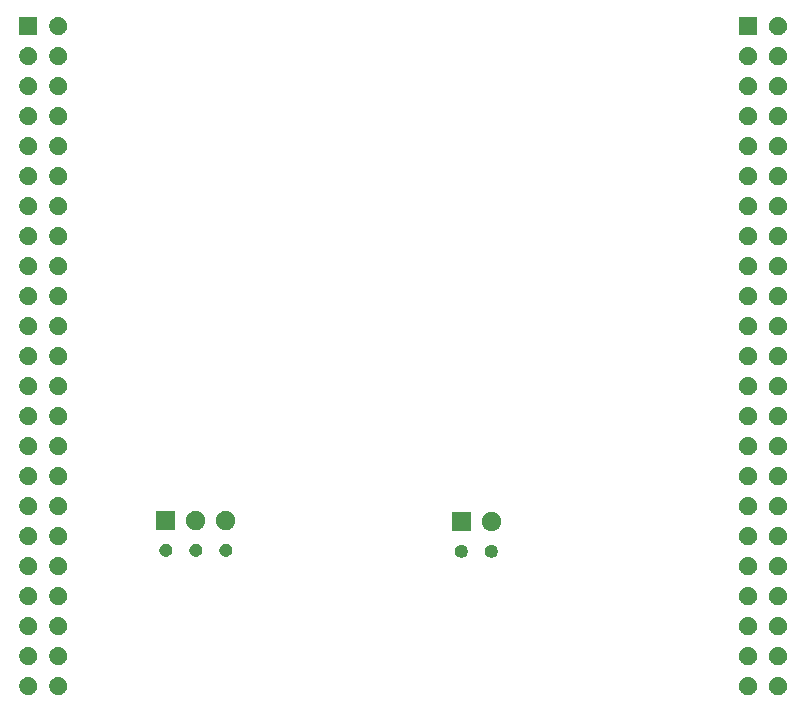
<source format=gbs>
%TF.GenerationSoftware,KiCad,Pcbnew,9.0.7-9.0.7~ubuntu24.04.1*%
%TF.CreationDate,2026-01-13T16:37:34+01:00*%
%TF.ProjectId,can_uart,63616e5f-7561-4727-942e-6b696361645f,1.0*%
%TF.SameCoordinates,Original*%
%TF.FileFunction,Soldermask,Bot*%
%TF.FilePolarity,Negative*%
%FSLAX46Y46*%
G04 Gerber Fmt 4.6, Leading zero omitted, Abs format (unit mm)*
G04 Created by KiCad (PCBNEW 9.0.7-9.0.7~ubuntu24.04.1) date 2026-01-13 16:37:34*
%MOMM*%
%LPD*%
G01*
G04 APERTURE LIST*
G04 APERTURE END LIST*
G36*
X119482068Y-109697941D02*
G01*
X119620619Y-109755330D01*
X119745311Y-109838647D01*
X119851353Y-109944689D01*
X119934670Y-110069381D01*
X119992059Y-110207932D01*
X120021316Y-110355017D01*
X120021316Y-110504983D01*
X119992059Y-110652068D01*
X119934670Y-110790619D01*
X119851353Y-110915311D01*
X119745311Y-111021353D01*
X119620619Y-111104670D01*
X119482068Y-111162059D01*
X119334983Y-111191316D01*
X119185017Y-111191316D01*
X119037932Y-111162059D01*
X118899381Y-111104670D01*
X118774689Y-111021353D01*
X118668647Y-110915311D01*
X118585330Y-110790619D01*
X118527941Y-110652068D01*
X118498684Y-110504983D01*
X118498684Y-110355017D01*
X118527941Y-110207932D01*
X118585330Y-110069381D01*
X118668647Y-109944689D01*
X118774689Y-109838647D01*
X118899381Y-109755330D01*
X119037932Y-109697941D01*
X119185017Y-109668684D01*
X119334983Y-109668684D01*
X119482068Y-109697941D01*
G37*
G36*
X122022068Y-109697941D02*
G01*
X122160619Y-109755330D01*
X122285311Y-109838647D01*
X122391353Y-109944689D01*
X122474670Y-110069381D01*
X122532059Y-110207932D01*
X122561316Y-110355017D01*
X122561316Y-110504983D01*
X122532059Y-110652068D01*
X122474670Y-110790619D01*
X122391353Y-110915311D01*
X122285311Y-111021353D01*
X122160619Y-111104670D01*
X122022068Y-111162059D01*
X121874983Y-111191316D01*
X121725017Y-111191316D01*
X121577932Y-111162059D01*
X121439381Y-111104670D01*
X121314689Y-111021353D01*
X121208647Y-110915311D01*
X121125330Y-110790619D01*
X121067941Y-110652068D01*
X121038684Y-110504983D01*
X121038684Y-110355017D01*
X121067941Y-110207932D01*
X121125330Y-110069381D01*
X121208647Y-109944689D01*
X121314689Y-109838647D01*
X121439381Y-109755330D01*
X121577932Y-109697941D01*
X121725017Y-109668684D01*
X121874983Y-109668684D01*
X122022068Y-109697941D01*
G37*
G36*
X180422068Y-109697941D02*
G01*
X180560619Y-109755330D01*
X180685311Y-109838647D01*
X180791353Y-109944689D01*
X180874670Y-110069381D01*
X180932059Y-110207932D01*
X180961316Y-110355017D01*
X180961316Y-110504983D01*
X180932059Y-110652068D01*
X180874670Y-110790619D01*
X180791353Y-110915311D01*
X180685311Y-111021353D01*
X180560619Y-111104670D01*
X180422068Y-111162059D01*
X180274983Y-111191316D01*
X180125017Y-111191316D01*
X179977932Y-111162059D01*
X179839381Y-111104670D01*
X179714689Y-111021353D01*
X179608647Y-110915311D01*
X179525330Y-110790619D01*
X179467941Y-110652068D01*
X179438684Y-110504983D01*
X179438684Y-110355017D01*
X179467941Y-110207932D01*
X179525330Y-110069381D01*
X179608647Y-109944689D01*
X179714689Y-109838647D01*
X179839381Y-109755330D01*
X179977932Y-109697941D01*
X180125017Y-109668684D01*
X180274983Y-109668684D01*
X180422068Y-109697941D01*
G37*
G36*
X182962068Y-109697941D02*
G01*
X183100619Y-109755330D01*
X183225311Y-109838647D01*
X183331353Y-109944689D01*
X183414670Y-110069381D01*
X183472059Y-110207932D01*
X183501316Y-110355017D01*
X183501316Y-110504983D01*
X183472059Y-110652068D01*
X183414670Y-110790619D01*
X183331353Y-110915311D01*
X183225311Y-111021353D01*
X183100619Y-111104670D01*
X182962068Y-111162059D01*
X182814983Y-111191316D01*
X182665017Y-111191316D01*
X182517932Y-111162059D01*
X182379381Y-111104670D01*
X182254689Y-111021353D01*
X182148647Y-110915311D01*
X182065330Y-110790619D01*
X182007941Y-110652068D01*
X181978684Y-110504983D01*
X181978684Y-110355017D01*
X182007941Y-110207932D01*
X182065330Y-110069381D01*
X182148647Y-109944689D01*
X182254689Y-109838647D01*
X182379381Y-109755330D01*
X182517932Y-109697941D01*
X182665017Y-109668684D01*
X182814983Y-109668684D01*
X182962068Y-109697941D01*
G37*
G36*
X119482068Y-107157941D02*
G01*
X119620619Y-107215330D01*
X119745311Y-107298647D01*
X119851353Y-107404689D01*
X119934670Y-107529381D01*
X119992059Y-107667932D01*
X120021316Y-107815017D01*
X120021316Y-107964983D01*
X119992059Y-108112068D01*
X119934670Y-108250619D01*
X119851353Y-108375311D01*
X119745311Y-108481353D01*
X119620619Y-108564670D01*
X119482068Y-108622059D01*
X119334983Y-108651316D01*
X119185017Y-108651316D01*
X119037932Y-108622059D01*
X118899381Y-108564670D01*
X118774689Y-108481353D01*
X118668647Y-108375311D01*
X118585330Y-108250619D01*
X118527941Y-108112068D01*
X118498684Y-107964983D01*
X118498684Y-107815017D01*
X118527941Y-107667932D01*
X118585330Y-107529381D01*
X118668647Y-107404689D01*
X118774689Y-107298647D01*
X118899381Y-107215330D01*
X119037932Y-107157941D01*
X119185017Y-107128684D01*
X119334983Y-107128684D01*
X119482068Y-107157941D01*
G37*
G36*
X122022068Y-107157941D02*
G01*
X122160619Y-107215330D01*
X122285311Y-107298647D01*
X122391353Y-107404689D01*
X122474670Y-107529381D01*
X122532059Y-107667932D01*
X122561316Y-107815017D01*
X122561316Y-107964983D01*
X122532059Y-108112068D01*
X122474670Y-108250619D01*
X122391353Y-108375311D01*
X122285311Y-108481353D01*
X122160619Y-108564670D01*
X122022068Y-108622059D01*
X121874983Y-108651316D01*
X121725017Y-108651316D01*
X121577932Y-108622059D01*
X121439381Y-108564670D01*
X121314689Y-108481353D01*
X121208647Y-108375311D01*
X121125330Y-108250619D01*
X121067941Y-108112068D01*
X121038684Y-107964983D01*
X121038684Y-107815017D01*
X121067941Y-107667932D01*
X121125330Y-107529381D01*
X121208647Y-107404689D01*
X121314689Y-107298647D01*
X121439381Y-107215330D01*
X121577932Y-107157941D01*
X121725017Y-107128684D01*
X121874983Y-107128684D01*
X122022068Y-107157941D01*
G37*
G36*
X180422068Y-107157941D02*
G01*
X180560619Y-107215330D01*
X180685311Y-107298647D01*
X180791353Y-107404689D01*
X180874670Y-107529381D01*
X180932059Y-107667932D01*
X180961316Y-107815017D01*
X180961316Y-107964983D01*
X180932059Y-108112068D01*
X180874670Y-108250619D01*
X180791353Y-108375311D01*
X180685311Y-108481353D01*
X180560619Y-108564670D01*
X180422068Y-108622059D01*
X180274983Y-108651316D01*
X180125017Y-108651316D01*
X179977932Y-108622059D01*
X179839381Y-108564670D01*
X179714689Y-108481353D01*
X179608647Y-108375311D01*
X179525330Y-108250619D01*
X179467941Y-108112068D01*
X179438684Y-107964983D01*
X179438684Y-107815017D01*
X179467941Y-107667932D01*
X179525330Y-107529381D01*
X179608647Y-107404689D01*
X179714689Y-107298647D01*
X179839381Y-107215330D01*
X179977932Y-107157941D01*
X180125017Y-107128684D01*
X180274983Y-107128684D01*
X180422068Y-107157941D01*
G37*
G36*
X182962068Y-107157941D02*
G01*
X183100619Y-107215330D01*
X183225311Y-107298647D01*
X183331353Y-107404689D01*
X183414670Y-107529381D01*
X183472059Y-107667932D01*
X183501316Y-107815017D01*
X183501316Y-107964983D01*
X183472059Y-108112068D01*
X183414670Y-108250619D01*
X183331353Y-108375311D01*
X183225311Y-108481353D01*
X183100619Y-108564670D01*
X182962068Y-108622059D01*
X182814983Y-108651316D01*
X182665017Y-108651316D01*
X182517932Y-108622059D01*
X182379381Y-108564670D01*
X182254689Y-108481353D01*
X182148647Y-108375311D01*
X182065330Y-108250619D01*
X182007941Y-108112068D01*
X181978684Y-107964983D01*
X181978684Y-107815017D01*
X182007941Y-107667932D01*
X182065330Y-107529381D01*
X182148647Y-107404689D01*
X182254689Y-107298647D01*
X182379381Y-107215330D01*
X182517932Y-107157941D01*
X182665017Y-107128684D01*
X182814983Y-107128684D01*
X182962068Y-107157941D01*
G37*
G36*
X119482068Y-104617941D02*
G01*
X119620619Y-104675330D01*
X119745311Y-104758647D01*
X119851353Y-104864689D01*
X119934670Y-104989381D01*
X119992059Y-105127932D01*
X120021316Y-105275017D01*
X120021316Y-105424983D01*
X119992059Y-105572068D01*
X119934670Y-105710619D01*
X119851353Y-105835311D01*
X119745311Y-105941353D01*
X119620619Y-106024670D01*
X119482068Y-106082059D01*
X119334983Y-106111316D01*
X119185017Y-106111316D01*
X119037932Y-106082059D01*
X118899381Y-106024670D01*
X118774689Y-105941353D01*
X118668647Y-105835311D01*
X118585330Y-105710619D01*
X118527941Y-105572068D01*
X118498684Y-105424983D01*
X118498684Y-105275017D01*
X118527941Y-105127932D01*
X118585330Y-104989381D01*
X118668647Y-104864689D01*
X118774689Y-104758647D01*
X118899381Y-104675330D01*
X119037932Y-104617941D01*
X119185017Y-104588684D01*
X119334983Y-104588684D01*
X119482068Y-104617941D01*
G37*
G36*
X122022068Y-104617941D02*
G01*
X122160619Y-104675330D01*
X122285311Y-104758647D01*
X122391353Y-104864689D01*
X122474670Y-104989381D01*
X122532059Y-105127932D01*
X122561316Y-105275017D01*
X122561316Y-105424983D01*
X122532059Y-105572068D01*
X122474670Y-105710619D01*
X122391353Y-105835311D01*
X122285311Y-105941353D01*
X122160619Y-106024670D01*
X122022068Y-106082059D01*
X121874983Y-106111316D01*
X121725017Y-106111316D01*
X121577932Y-106082059D01*
X121439381Y-106024670D01*
X121314689Y-105941353D01*
X121208647Y-105835311D01*
X121125330Y-105710619D01*
X121067941Y-105572068D01*
X121038684Y-105424983D01*
X121038684Y-105275017D01*
X121067941Y-105127932D01*
X121125330Y-104989381D01*
X121208647Y-104864689D01*
X121314689Y-104758647D01*
X121439381Y-104675330D01*
X121577932Y-104617941D01*
X121725017Y-104588684D01*
X121874983Y-104588684D01*
X122022068Y-104617941D01*
G37*
G36*
X180422068Y-104617941D02*
G01*
X180560619Y-104675330D01*
X180685311Y-104758647D01*
X180791353Y-104864689D01*
X180874670Y-104989381D01*
X180932059Y-105127932D01*
X180961316Y-105275017D01*
X180961316Y-105424983D01*
X180932059Y-105572068D01*
X180874670Y-105710619D01*
X180791353Y-105835311D01*
X180685311Y-105941353D01*
X180560619Y-106024670D01*
X180422068Y-106082059D01*
X180274983Y-106111316D01*
X180125017Y-106111316D01*
X179977932Y-106082059D01*
X179839381Y-106024670D01*
X179714689Y-105941353D01*
X179608647Y-105835311D01*
X179525330Y-105710619D01*
X179467941Y-105572068D01*
X179438684Y-105424983D01*
X179438684Y-105275017D01*
X179467941Y-105127932D01*
X179525330Y-104989381D01*
X179608647Y-104864689D01*
X179714689Y-104758647D01*
X179839381Y-104675330D01*
X179977932Y-104617941D01*
X180125017Y-104588684D01*
X180274983Y-104588684D01*
X180422068Y-104617941D01*
G37*
G36*
X182962068Y-104617941D02*
G01*
X183100619Y-104675330D01*
X183225311Y-104758647D01*
X183331353Y-104864689D01*
X183414670Y-104989381D01*
X183472059Y-105127932D01*
X183501316Y-105275017D01*
X183501316Y-105424983D01*
X183472059Y-105572068D01*
X183414670Y-105710619D01*
X183331353Y-105835311D01*
X183225311Y-105941353D01*
X183100619Y-106024670D01*
X182962068Y-106082059D01*
X182814983Y-106111316D01*
X182665017Y-106111316D01*
X182517932Y-106082059D01*
X182379381Y-106024670D01*
X182254689Y-105941353D01*
X182148647Y-105835311D01*
X182065330Y-105710619D01*
X182007941Y-105572068D01*
X181978684Y-105424983D01*
X181978684Y-105275017D01*
X182007941Y-105127932D01*
X182065330Y-104989381D01*
X182148647Y-104864689D01*
X182254689Y-104758647D01*
X182379381Y-104675330D01*
X182517932Y-104617941D01*
X182665017Y-104588684D01*
X182814983Y-104588684D01*
X182962068Y-104617941D01*
G37*
G36*
X119482068Y-102077941D02*
G01*
X119620619Y-102135330D01*
X119745311Y-102218647D01*
X119851353Y-102324689D01*
X119934670Y-102449381D01*
X119992059Y-102587932D01*
X120021316Y-102735017D01*
X120021316Y-102884983D01*
X119992059Y-103032068D01*
X119934670Y-103170619D01*
X119851353Y-103295311D01*
X119745311Y-103401353D01*
X119620619Y-103484670D01*
X119482068Y-103542059D01*
X119334983Y-103571316D01*
X119185017Y-103571316D01*
X119037932Y-103542059D01*
X118899381Y-103484670D01*
X118774689Y-103401353D01*
X118668647Y-103295311D01*
X118585330Y-103170619D01*
X118527941Y-103032068D01*
X118498684Y-102884983D01*
X118498684Y-102735017D01*
X118527941Y-102587932D01*
X118585330Y-102449381D01*
X118668647Y-102324689D01*
X118774689Y-102218647D01*
X118899381Y-102135330D01*
X119037932Y-102077941D01*
X119185017Y-102048684D01*
X119334983Y-102048684D01*
X119482068Y-102077941D01*
G37*
G36*
X122022068Y-102077941D02*
G01*
X122160619Y-102135330D01*
X122285311Y-102218647D01*
X122391353Y-102324689D01*
X122474670Y-102449381D01*
X122532059Y-102587932D01*
X122561316Y-102735017D01*
X122561316Y-102884983D01*
X122532059Y-103032068D01*
X122474670Y-103170619D01*
X122391353Y-103295311D01*
X122285311Y-103401353D01*
X122160619Y-103484670D01*
X122022068Y-103542059D01*
X121874983Y-103571316D01*
X121725017Y-103571316D01*
X121577932Y-103542059D01*
X121439381Y-103484670D01*
X121314689Y-103401353D01*
X121208647Y-103295311D01*
X121125330Y-103170619D01*
X121067941Y-103032068D01*
X121038684Y-102884983D01*
X121038684Y-102735017D01*
X121067941Y-102587932D01*
X121125330Y-102449381D01*
X121208647Y-102324689D01*
X121314689Y-102218647D01*
X121439381Y-102135330D01*
X121577932Y-102077941D01*
X121725017Y-102048684D01*
X121874983Y-102048684D01*
X122022068Y-102077941D01*
G37*
G36*
X180422068Y-102077941D02*
G01*
X180560619Y-102135330D01*
X180685311Y-102218647D01*
X180791353Y-102324689D01*
X180874670Y-102449381D01*
X180932059Y-102587932D01*
X180961316Y-102735017D01*
X180961316Y-102884983D01*
X180932059Y-103032068D01*
X180874670Y-103170619D01*
X180791353Y-103295311D01*
X180685311Y-103401353D01*
X180560619Y-103484670D01*
X180422068Y-103542059D01*
X180274983Y-103571316D01*
X180125017Y-103571316D01*
X179977932Y-103542059D01*
X179839381Y-103484670D01*
X179714689Y-103401353D01*
X179608647Y-103295311D01*
X179525330Y-103170619D01*
X179467941Y-103032068D01*
X179438684Y-102884983D01*
X179438684Y-102735017D01*
X179467941Y-102587932D01*
X179525330Y-102449381D01*
X179608647Y-102324689D01*
X179714689Y-102218647D01*
X179839381Y-102135330D01*
X179977932Y-102077941D01*
X180125017Y-102048684D01*
X180274983Y-102048684D01*
X180422068Y-102077941D01*
G37*
G36*
X182962068Y-102077941D02*
G01*
X183100619Y-102135330D01*
X183225311Y-102218647D01*
X183331353Y-102324689D01*
X183414670Y-102449381D01*
X183472059Y-102587932D01*
X183501316Y-102735017D01*
X183501316Y-102884983D01*
X183472059Y-103032068D01*
X183414670Y-103170619D01*
X183331353Y-103295311D01*
X183225311Y-103401353D01*
X183100619Y-103484670D01*
X182962068Y-103542059D01*
X182814983Y-103571316D01*
X182665017Y-103571316D01*
X182517932Y-103542059D01*
X182379381Y-103484670D01*
X182254689Y-103401353D01*
X182148647Y-103295311D01*
X182065330Y-103170619D01*
X182007941Y-103032068D01*
X181978684Y-102884983D01*
X181978684Y-102735017D01*
X182007941Y-102587932D01*
X182065330Y-102449381D01*
X182148647Y-102324689D01*
X182254689Y-102218647D01*
X182379381Y-102135330D01*
X182517932Y-102077941D01*
X182665017Y-102048684D01*
X182814983Y-102048684D01*
X182962068Y-102077941D01*
G37*
G36*
X119482068Y-99537941D02*
G01*
X119620619Y-99595330D01*
X119745311Y-99678647D01*
X119851353Y-99784689D01*
X119934670Y-99909381D01*
X119992059Y-100047932D01*
X120021316Y-100195017D01*
X120021316Y-100344983D01*
X119992059Y-100492068D01*
X119934670Y-100630619D01*
X119851353Y-100755311D01*
X119745311Y-100861353D01*
X119620619Y-100944670D01*
X119482068Y-101002059D01*
X119334983Y-101031316D01*
X119185017Y-101031316D01*
X119037932Y-101002059D01*
X118899381Y-100944670D01*
X118774689Y-100861353D01*
X118668647Y-100755311D01*
X118585330Y-100630619D01*
X118527941Y-100492068D01*
X118498684Y-100344983D01*
X118498684Y-100195017D01*
X118527941Y-100047932D01*
X118585330Y-99909381D01*
X118668647Y-99784689D01*
X118774689Y-99678647D01*
X118899381Y-99595330D01*
X119037932Y-99537941D01*
X119185017Y-99508684D01*
X119334983Y-99508684D01*
X119482068Y-99537941D01*
G37*
G36*
X122022068Y-99537941D02*
G01*
X122160619Y-99595330D01*
X122285311Y-99678647D01*
X122391353Y-99784689D01*
X122474670Y-99909381D01*
X122532059Y-100047932D01*
X122561316Y-100195017D01*
X122561316Y-100344983D01*
X122532059Y-100492068D01*
X122474670Y-100630619D01*
X122391353Y-100755311D01*
X122285311Y-100861353D01*
X122160619Y-100944670D01*
X122022068Y-101002059D01*
X121874983Y-101031316D01*
X121725017Y-101031316D01*
X121577932Y-101002059D01*
X121439381Y-100944670D01*
X121314689Y-100861353D01*
X121208647Y-100755311D01*
X121125330Y-100630619D01*
X121067941Y-100492068D01*
X121038684Y-100344983D01*
X121038684Y-100195017D01*
X121067941Y-100047932D01*
X121125330Y-99909381D01*
X121208647Y-99784689D01*
X121314689Y-99678647D01*
X121439381Y-99595330D01*
X121577932Y-99537941D01*
X121725017Y-99508684D01*
X121874983Y-99508684D01*
X122022068Y-99537941D01*
G37*
G36*
X180422068Y-99537941D02*
G01*
X180560619Y-99595330D01*
X180685311Y-99678647D01*
X180791353Y-99784689D01*
X180874670Y-99909381D01*
X180932059Y-100047932D01*
X180961316Y-100195017D01*
X180961316Y-100344983D01*
X180932059Y-100492068D01*
X180874670Y-100630619D01*
X180791353Y-100755311D01*
X180685311Y-100861353D01*
X180560619Y-100944670D01*
X180422068Y-101002059D01*
X180274983Y-101031316D01*
X180125017Y-101031316D01*
X179977932Y-101002059D01*
X179839381Y-100944670D01*
X179714689Y-100861353D01*
X179608647Y-100755311D01*
X179525330Y-100630619D01*
X179467941Y-100492068D01*
X179438684Y-100344983D01*
X179438684Y-100195017D01*
X179467941Y-100047932D01*
X179525330Y-99909381D01*
X179608647Y-99784689D01*
X179714689Y-99678647D01*
X179839381Y-99595330D01*
X179977932Y-99537941D01*
X180125017Y-99508684D01*
X180274983Y-99508684D01*
X180422068Y-99537941D01*
G37*
G36*
X182962068Y-99537941D02*
G01*
X183100619Y-99595330D01*
X183225311Y-99678647D01*
X183331353Y-99784689D01*
X183414670Y-99909381D01*
X183472059Y-100047932D01*
X183501316Y-100195017D01*
X183501316Y-100344983D01*
X183472059Y-100492068D01*
X183414670Y-100630619D01*
X183331353Y-100755311D01*
X183225311Y-100861353D01*
X183100619Y-100944670D01*
X182962068Y-101002059D01*
X182814983Y-101031316D01*
X182665017Y-101031316D01*
X182517932Y-101002059D01*
X182379381Y-100944670D01*
X182254689Y-100861353D01*
X182148647Y-100755311D01*
X182065330Y-100630619D01*
X182007941Y-100492068D01*
X181978684Y-100344983D01*
X181978684Y-100195017D01*
X182007941Y-100047932D01*
X182065330Y-99909381D01*
X182148647Y-99784689D01*
X182254689Y-99678647D01*
X182379381Y-99595330D01*
X182517932Y-99537941D01*
X182665017Y-99508684D01*
X182814983Y-99508684D01*
X182962068Y-99537941D01*
G37*
G36*
X156151476Y-98517117D02*
G01*
X156275819Y-98588907D01*
X156377344Y-98690432D01*
X156449134Y-98814775D01*
X156486295Y-98953462D01*
X156486295Y-99097040D01*
X156449134Y-99235727D01*
X156377344Y-99360070D01*
X156275819Y-99461595D01*
X156151476Y-99533385D01*
X156012789Y-99570546D01*
X155869211Y-99570546D01*
X155730524Y-99533385D01*
X155606181Y-99461595D01*
X155504656Y-99360070D01*
X155432866Y-99235727D01*
X155395705Y-99097040D01*
X155395705Y-98953462D01*
X155432866Y-98814775D01*
X155504656Y-98690432D01*
X155606181Y-98588907D01*
X155730524Y-98517117D01*
X155869211Y-98479956D01*
X156012789Y-98479956D01*
X156151476Y-98517117D01*
G37*
G36*
X158691476Y-98517117D02*
G01*
X158815819Y-98588907D01*
X158917344Y-98690432D01*
X158989134Y-98814775D01*
X159026295Y-98953462D01*
X159026295Y-99097040D01*
X158989134Y-99235727D01*
X158917344Y-99360070D01*
X158815819Y-99461595D01*
X158691476Y-99533385D01*
X158552789Y-99570546D01*
X158409211Y-99570546D01*
X158270524Y-99533385D01*
X158146181Y-99461595D01*
X158044656Y-99360070D01*
X157972866Y-99235727D01*
X157935705Y-99097040D01*
X157935705Y-98953462D01*
X157972866Y-98814775D01*
X158044656Y-98690432D01*
X158146181Y-98588907D01*
X158270524Y-98517117D01*
X158409211Y-98479956D01*
X158552789Y-98479956D01*
X158691476Y-98517117D01*
G37*
G36*
X131110476Y-98431866D02*
G01*
X131234819Y-98503656D01*
X131336344Y-98605181D01*
X131408134Y-98729524D01*
X131445295Y-98868211D01*
X131445295Y-99011789D01*
X131408134Y-99150476D01*
X131336344Y-99274819D01*
X131234819Y-99376344D01*
X131110476Y-99448134D01*
X130971789Y-99485295D01*
X130828211Y-99485295D01*
X130689524Y-99448134D01*
X130565181Y-99376344D01*
X130463656Y-99274819D01*
X130391866Y-99150476D01*
X130354705Y-99011789D01*
X130354705Y-98868211D01*
X130391866Y-98729524D01*
X130463656Y-98605181D01*
X130565181Y-98503656D01*
X130689524Y-98431866D01*
X130828211Y-98394705D01*
X130971789Y-98394705D01*
X131110476Y-98431866D01*
G37*
G36*
X133650476Y-98431866D02*
G01*
X133774819Y-98503656D01*
X133876344Y-98605181D01*
X133948134Y-98729524D01*
X133985295Y-98868211D01*
X133985295Y-99011789D01*
X133948134Y-99150476D01*
X133876344Y-99274819D01*
X133774819Y-99376344D01*
X133650476Y-99448134D01*
X133511789Y-99485295D01*
X133368211Y-99485295D01*
X133229524Y-99448134D01*
X133105181Y-99376344D01*
X133003656Y-99274819D01*
X132931866Y-99150476D01*
X132894705Y-99011789D01*
X132894705Y-98868211D01*
X132931866Y-98729524D01*
X133003656Y-98605181D01*
X133105181Y-98503656D01*
X133229524Y-98431866D01*
X133368211Y-98394705D01*
X133511789Y-98394705D01*
X133650476Y-98431866D01*
G37*
G36*
X136190476Y-98431866D02*
G01*
X136314819Y-98503656D01*
X136416344Y-98605181D01*
X136488134Y-98729524D01*
X136525295Y-98868211D01*
X136525295Y-99011789D01*
X136488134Y-99150476D01*
X136416344Y-99274819D01*
X136314819Y-99376344D01*
X136190476Y-99448134D01*
X136051789Y-99485295D01*
X135908211Y-99485295D01*
X135769524Y-99448134D01*
X135645181Y-99376344D01*
X135543656Y-99274819D01*
X135471866Y-99150476D01*
X135434705Y-99011789D01*
X135434705Y-98868211D01*
X135471866Y-98729524D01*
X135543656Y-98605181D01*
X135645181Y-98503656D01*
X135769524Y-98431866D01*
X135908211Y-98394705D01*
X136051789Y-98394705D01*
X136190476Y-98431866D01*
G37*
G36*
X119482068Y-96997941D02*
G01*
X119620619Y-97055330D01*
X119745311Y-97138647D01*
X119851353Y-97244689D01*
X119934670Y-97369381D01*
X119992059Y-97507932D01*
X120021316Y-97655017D01*
X120021316Y-97804983D01*
X119992059Y-97952068D01*
X119934670Y-98090619D01*
X119851353Y-98215311D01*
X119745311Y-98321353D01*
X119620619Y-98404670D01*
X119482068Y-98462059D01*
X119334983Y-98491316D01*
X119185017Y-98491316D01*
X119037932Y-98462059D01*
X118899381Y-98404670D01*
X118774689Y-98321353D01*
X118668647Y-98215311D01*
X118585330Y-98090619D01*
X118527941Y-97952068D01*
X118498684Y-97804983D01*
X118498684Y-97655017D01*
X118527941Y-97507932D01*
X118585330Y-97369381D01*
X118668647Y-97244689D01*
X118774689Y-97138647D01*
X118899381Y-97055330D01*
X119037932Y-96997941D01*
X119185017Y-96968684D01*
X119334983Y-96968684D01*
X119482068Y-96997941D01*
G37*
G36*
X122022068Y-96997941D02*
G01*
X122160619Y-97055330D01*
X122285311Y-97138647D01*
X122391353Y-97244689D01*
X122474670Y-97369381D01*
X122532059Y-97507932D01*
X122561316Y-97655017D01*
X122561316Y-97804983D01*
X122532059Y-97952068D01*
X122474670Y-98090619D01*
X122391353Y-98215311D01*
X122285311Y-98321353D01*
X122160619Y-98404670D01*
X122022068Y-98462059D01*
X121874983Y-98491316D01*
X121725017Y-98491316D01*
X121577932Y-98462059D01*
X121439381Y-98404670D01*
X121314689Y-98321353D01*
X121208647Y-98215311D01*
X121125330Y-98090619D01*
X121067941Y-97952068D01*
X121038684Y-97804983D01*
X121038684Y-97655017D01*
X121067941Y-97507932D01*
X121125330Y-97369381D01*
X121208647Y-97244689D01*
X121314689Y-97138647D01*
X121439381Y-97055330D01*
X121577932Y-96997941D01*
X121725017Y-96968684D01*
X121874983Y-96968684D01*
X122022068Y-96997941D01*
G37*
G36*
X180422068Y-96997941D02*
G01*
X180560619Y-97055330D01*
X180685311Y-97138647D01*
X180791353Y-97244689D01*
X180874670Y-97369381D01*
X180932059Y-97507932D01*
X180961316Y-97655017D01*
X180961316Y-97804983D01*
X180932059Y-97952068D01*
X180874670Y-98090619D01*
X180791353Y-98215311D01*
X180685311Y-98321353D01*
X180560619Y-98404670D01*
X180422068Y-98462059D01*
X180274983Y-98491316D01*
X180125017Y-98491316D01*
X179977932Y-98462059D01*
X179839381Y-98404670D01*
X179714689Y-98321353D01*
X179608647Y-98215311D01*
X179525330Y-98090619D01*
X179467941Y-97952068D01*
X179438684Y-97804983D01*
X179438684Y-97655017D01*
X179467941Y-97507932D01*
X179525330Y-97369381D01*
X179608647Y-97244689D01*
X179714689Y-97138647D01*
X179839381Y-97055330D01*
X179977932Y-96997941D01*
X180125017Y-96968684D01*
X180274983Y-96968684D01*
X180422068Y-96997941D01*
G37*
G36*
X182962068Y-96997941D02*
G01*
X183100619Y-97055330D01*
X183225311Y-97138647D01*
X183331353Y-97244689D01*
X183414670Y-97369381D01*
X183472059Y-97507932D01*
X183501316Y-97655017D01*
X183501316Y-97804983D01*
X183472059Y-97952068D01*
X183414670Y-98090619D01*
X183331353Y-98215311D01*
X183225311Y-98321353D01*
X183100619Y-98404670D01*
X182962068Y-98462059D01*
X182814983Y-98491316D01*
X182665017Y-98491316D01*
X182517932Y-98462059D01*
X182379381Y-98404670D01*
X182254689Y-98321353D01*
X182148647Y-98215311D01*
X182065330Y-98090619D01*
X182007941Y-97952068D01*
X181978684Y-97804983D01*
X181978684Y-97655017D01*
X182007941Y-97507932D01*
X182065330Y-97369381D01*
X182148647Y-97244689D01*
X182254689Y-97138647D01*
X182379381Y-97055330D01*
X182517932Y-96997941D01*
X182665017Y-96968684D01*
X182814983Y-96968684D01*
X182962068Y-96997941D01*
G37*
G36*
X156766000Y-97310251D02*
G01*
X155116000Y-97310251D01*
X155116000Y-95660251D01*
X156766000Y-95660251D01*
X156766000Y-97310251D01*
G37*
G36*
X158720485Y-95695775D02*
G01*
X158869902Y-95757666D01*
X159004374Y-95847517D01*
X159118734Y-95961877D01*
X159208585Y-96096349D01*
X159270476Y-96245766D01*
X159302027Y-96404387D01*
X159302027Y-96566115D01*
X159270476Y-96724736D01*
X159208585Y-96874153D01*
X159118734Y-97008625D01*
X159004374Y-97122985D01*
X158869902Y-97212836D01*
X158720485Y-97274727D01*
X158561864Y-97306278D01*
X158400136Y-97306278D01*
X158241515Y-97274727D01*
X158092098Y-97212836D01*
X157957626Y-97122985D01*
X157843266Y-97008625D01*
X157753415Y-96874153D01*
X157691524Y-96724736D01*
X157659973Y-96566115D01*
X157659973Y-96404387D01*
X157691524Y-96245766D01*
X157753415Y-96096349D01*
X157843266Y-95961877D01*
X157957626Y-95847517D01*
X158092098Y-95757666D01*
X158241515Y-95695775D01*
X158400136Y-95664224D01*
X158561864Y-95664224D01*
X158720485Y-95695775D01*
G37*
G36*
X131725000Y-97225000D02*
G01*
X130075000Y-97225000D01*
X130075000Y-95575000D01*
X131725000Y-95575000D01*
X131725000Y-97225000D01*
G37*
G36*
X133679485Y-95610524D02*
G01*
X133828902Y-95672415D01*
X133963374Y-95762266D01*
X134077734Y-95876626D01*
X134167585Y-96011098D01*
X134229476Y-96160515D01*
X134261027Y-96319136D01*
X134261027Y-96480864D01*
X134229476Y-96639485D01*
X134167585Y-96788902D01*
X134077734Y-96923374D01*
X133963374Y-97037734D01*
X133828902Y-97127585D01*
X133679485Y-97189476D01*
X133520864Y-97221027D01*
X133359136Y-97221027D01*
X133200515Y-97189476D01*
X133051098Y-97127585D01*
X132916626Y-97037734D01*
X132802266Y-96923374D01*
X132712415Y-96788902D01*
X132650524Y-96639485D01*
X132618973Y-96480864D01*
X132618973Y-96319136D01*
X132650524Y-96160515D01*
X132712415Y-96011098D01*
X132802266Y-95876626D01*
X132916626Y-95762266D01*
X133051098Y-95672415D01*
X133200515Y-95610524D01*
X133359136Y-95578973D01*
X133520864Y-95578973D01*
X133679485Y-95610524D01*
G37*
G36*
X136219485Y-95610524D02*
G01*
X136368902Y-95672415D01*
X136503374Y-95762266D01*
X136617734Y-95876626D01*
X136707585Y-96011098D01*
X136769476Y-96160515D01*
X136801027Y-96319136D01*
X136801027Y-96480864D01*
X136769476Y-96639485D01*
X136707585Y-96788902D01*
X136617734Y-96923374D01*
X136503374Y-97037734D01*
X136368902Y-97127585D01*
X136219485Y-97189476D01*
X136060864Y-97221027D01*
X135899136Y-97221027D01*
X135740515Y-97189476D01*
X135591098Y-97127585D01*
X135456626Y-97037734D01*
X135342266Y-96923374D01*
X135252415Y-96788902D01*
X135190524Y-96639485D01*
X135158973Y-96480864D01*
X135158973Y-96319136D01*
X135190524Y-96160515D01*
X135252415Y-96011098D01*
X135342266Y-95876626D01*
X135456626Y-95762266D01*
X135591098Y-95672415D01*
X135740515Y-95610524D01*
X135899136Y-95578973D01*
X136060864Y-95578973D01*
X136219485Y-95610524D01*
G37*
G36*
X119482068Y-94457941D02*
G01*
X119620619Y-94515330D01*
X119745311Y-94598647D01*
X119851353Y-94704689D01*
X119934670Y-94829381D01*
X119992059Y-94967932D01*
X120021316Y-95115017D01*
X120021316Y-95264983D01*
X119992059Y-95412068D01*
X119934670Y-95550619D01*
X119851353Y-95675311D01*
X119745311Y-95781353D01*
X119620619Y-95864670D01*
X119482068Y-95922059D01*
X119334983Y-95951316D01*
X119185017Y-95951316D01*
X119037932Y-95922059D01*
X118899381Y-95864670D01*
X118774689Y-95781353D01*
X118668647Y-95675311D01*
X118585330Y-95550619D01*
X118527941Y-95412068D01*
X118498684Y-95264983D01*
X118498684Y-95115017D01*
X118527941Y-94967932D01*
X118585330Y-94829381D01*
X118668647Y-94704689D01*
X118774689Y-94598647D01*
X118899381Y-94515330D01*
X119037932Y-94457941D01*
X119185017Y-94428684D01*
X119334983Y-94428684D01*
X119482068Y-94457941D01*
G37*
G36*
X122022068Y-94457941D02*
G01*
X122160619Y-94515330D01*
X122285311Y-94598647D01*
X122391353Y-94704689D01*
X122474670Y-94829381D01*
X122532059Y-94967932D01*
X122561316Y-95115017D01*
X122561316Y-95264983D01*
X122532059Y-95412068D01*
X122474670Y-95550619D01*
X122391353Y-95675311D01*
X122285311Y-95781353D01*
X122160619Y-95864670D01*
X122022068Y-95922059D01*
X121874983Y-95951316D01*
X121725017Y-95951316D01*
X121577932Y-95922059D01*
X121439381Y-95864670D01*
X121314689Y-95781353D01*
X121208647Y-95675311D01*
X121125330Y-95550619D01*
X121067941Y-95412068D01*
X121038684Y-95264983D01*
X121038684Y-95115017D01*
X121067941Y-94967932D01*
X121125330Y-94829381D01*
X121208647Y-94704689D01*
X121314689Y-94598647D01*
X121439381Y-94515330D01*
X121577932Y-94457941D01*
X121725017Y-94428684D01*
X121874983Y-94428684D01*
X122022068Y-94457941D01*
G37*
G36*
X180422068Y-94457941D02*
G01*
X180560619Y-94515330D01*
X180685311Y-94598647D01*
X180791353Y-94704689D01*
X180874670Y-94829381D01*
X180932059Y-94967932D01*
X180961316Y-95115017D01*
X180961316Y-95264983D01*
X180932059Y-95412068D01*
X180874670Y-95550619D01*
X180791353Y-95675311D01*
X180685311Y-95781353D01*
X180560619Y-95864670D01*
X180422068Y-95922059D01*
X180274983Y-95951316D01*
X180125017Y-95951316D01*
X179977932Y-95922059D01*
X179839381Y-95864670D01*
X179714689Y-95781353D01*
X179608647Y-95675311D01*
X179525330Y-95550619D01*
X179467941Y-95412068D01*
X179438684Y-95264983D01*
X179438684Y-95115017D01*
X179467941Y-94967932D01*
X179525330Y-94829381D01*
X179608647Y-94704689D01*
X179714689Y-94598647D01*
X179839381Y-94515330D01*
X179977932Y-94457941D01*
X180125017Y-94428684D01*
X180274983Y-94428684D01*
X180422068Y-94457941D01*
G37*
G36*
X182962068Y-94457941D02*
G01*
X183100619Y-94515330D01*
X183225311Y-94598647D01*
X183331353Y-94704689D01*
X183414670Y-94829381D01*
X183472059Y-94967932D01*
X183501316Y-95115017D01*
X183501316Y-95264983D01*
X183472059Y-95412068D01*
X183414670Y-95550619D01*
X183331353Y-95675311D01*
X183225311Y-95781353D01*
X183100619Y-95864670D01*
X182962068Y-95922059D01*
X182814983Y-95951316D01*
X182665017Y-95951316D01*
X182517932Y-95922059D01*
X182379381Y-95864670D01*
X182254689Y-95781353D01*
X182148647Y-95675311D01*
X182065330Y-95550619D01*
X182007941Y-95412068D01*
X181978684Y-95264983D01*
X181978684Y-95115017D01*
X182007941Y-94967932D01*
X182065330Y-94829381D01*
X182148647Y-94704689D01*
X182254689Y-94598647D01*
X182379381Y-94515330D01*
X182517932Y-94457941D01*
X182665017Y-94428684D01*
X182814983Y-94428684D01*
X182962068Y-94457941D01*
G37*
G36*
X119482068Y-91917941D02*
G01*
X119620619Y-91975330D01*
X119745311Y-92058647D01*
X119851353Y-92164689D01*
X119934670Y-92289381D01*
X119992059Y-92427932D01*
X120021316Y-92575017D01*
X120021316Y-92724983D01*
X119992059Y-92872068D01*
X119934670Y-93010619D01*
X119851353Y-93135311D01*
X119745311Y-93241353D01*
X119620619Y-93324670D01*
X119482068Y-93382059D01*
X119334983Y-93411316D01*
X119185017Y-93411316D01*
X119037932Y-93382059D01*
X118899381Y-93324670D01*
X118774689Y-93241353D01*
X118668647Y-93135311D01*
X118585330Y-93010619D01*
X118527941Y-92872068D01*
X118498684Y-92724983D01*
X118498684Y-92575017D01*
X118527941Y-92427932D01*
X118585330Y-92289381D01*
X118668647Y-92164689D01*
X118774689Y-92058647D01*
X118899381Y-91975330D01*
X119037932Y-91917941D01*
X119185017Y-91888684D01*
X119334983Y-91888684D01*
X119482068Y-91917941D01*
G37*
G36*
X122022068Y-91917941D02*
G01*
X122160619Y-91975330D01*
X122285311Y-92058647D01*
X122391353Y-92164689D01*
X122474670Y-92289381D01*
X122532059Y-92427932D01*
X122561316Y-92575017D01*
X122561316Y-92724983D01*
X122532059Y-92872068D01*
X122474670Y-93010619D01*
X122391353Y-93135311D01*
X122285311Y-93241353D01*
X122160619Y-93324670D01*
X122022068Y-93382059D01*
X121874983Y-93411316D01*
X121725017Y-93411316D01*
X121577932Y-93382059D01*
X121439381Y-93324670D01*
X121314689Y-93241353D01*
X121208647Y-93135311D01*
X121125330Y-93010619D01*
X121067941Y-92872068D01*
X121038684Y-92724983D01*
X121038684Y-92575017D01*
X121067941Y-92427932D01*
X121125330Y-92289381D01*
X121208647Y-92164689D01*
X121314689Y-92058647D01*
X121439381Y-91975330D01*
X121577932Y-91917941D01*
X121725017Y-91888684D01*
X121874983Y-91888684D01*
X122022068Y-91917941D01*
G37*
G36*
X180422068Y-91917941D02*
G01*
X180560619Y-91975330D01*
X180685311Y-92058647D01*
X180791353Y-92164689D01*
X180874670Y-92289381D01*
X180932059Y-92427932D01*
X180961316Y-92575017D01*
X180961316Y-92724983D01*
X180932059Y-92872068D01*
X180874670Y-93010619D01*
X180791353Y-93135311D01*
X180685311Y-93241353D01*
X180560619Y-93324670D01*
X180422068Y-93382059D01*
X180274983Y-93411316D01*
X180125017Y-93411316D01*
X179977932Y-93382059D01*
X179839381Y-93324670D01*
X179714689Y-93241353D01*
X179608647Y-93135311D01*
X179525330Y-93010619D01*
X179467941Y-92872068D01*
X179438684Y-92724983D01*
X179438684Y-92575017D01*
X179467941Y-92427932D01*
X179525330Y-92289381D01*
X179608647Y-92164689D01*
X179714689Y-92058647D01*
X179839381Y-91975330D01*
X179977932Y-91917941D01*
X180125017Y-91888684D01*
X180274983Y-91888684D01*
X180422068Y-91917941D01*
G37*
G36*
X182962068Y-91917941D02*
G01*
X183100619Y-91975330D01*
X183225311Y-92058647D01*
X183331353Y-92164689D01*
X183414670Y-92289381D01*
X183472059Y-92427932D01*
X183501316Y-92575017D01*
X183501316Y-92724983D01*
X183472059Y-92872068D01*
X183414670Y-93010619D01*
X183331353Y-93135311D01*
X183225311Y-93241353D01*
X183100619Y-93324670D01*
X182962068Y-93382059D01*
X182814983Y-93411316D01*
X182665017Y-93411316D01*
X182517932Y-93382059D01*
X182379381Y-93324670D01*
X182254689Y-93241353D01*
X182148647Y-93135311D01*
X182065330Y-93010619D01*
X182007941Y-92872068D01*
X181978684Y-92724983D01*
X181978684Y-92575017D01*
X182007941Y-92427932D01*
X182065330Y-92289381D01*
X182148647Y-92164689D01*
X182254689Y-92058647D01*
X182379381Y-91975330D01*
X182517932Y-91917941D01*
X182665017Y-91888684D01*
X182814983Y-91888684D01*
X182962068Y-91917941D01*
G37*
G36*
X119482068Y-89377941D02*
G01*
X119620619Y-89435330D01*
X119745311Y-89518647D01*
X119851353Y-89624689D01*
X119934670Y-89749381D01*
X119992059Y-89887932D01*
X120021316Y-90035017D01*
X120021316Y-90184983D01*
X119992059Y-90332068D01*
X119934670Y-90470619D01*
X119851353Y-90595311D01*
X119745311Y-90701353D01*
X119620619Y-90784670D01*
X119482068Y-90842059D01*
X119334983Y-90871316D01*
X119185017Y-90871316D01*
X119037932Y-90842059D01*
X118899381Y-90784670D01*
X118774689Y-90701353D01*
X118668647Y-90595311D01*
X118585330Y-90470619D01*
X118527941Y-90332068D01*
X118498684Y-90184983D01*
X118498684Y-90035017D01*
X118527941Y-89887932D01*
X118585330Y-89749381D01*
X118668647Y-89624689D01*
X118774689Y-89518647D01*
X118899381Y-89435330D01*
X119037932Y-89377941D01*
X119185017Y-89348684D01*
X119334983Y-89348684D01*
X119482068Y-89377941D01*
G37*
G36*
X122022068Y-89377941D02*
G01*
X122160619Y-89435330D01*
X122285311Y-89518647D01*
X122391353Y-89624689D01*
X122474670Y-89749381D01*
X122532059Y-89887932D01*
X122561316Y-90035017D01*
X122561316Y-90184983D01*
X122532059Y-90332068D01*
X122474670Y-90470619D01*
X122391353Y-90595311D01*
X122285311Y-90701353D01*
X122160619Y-90784670D01*
X122022068Y-90842059D01*
X121874983Y-90871316D01*
X121725017Y-90871316D01*
X121577932Y-90842059D01*
X121439381Y-90784670D01*
X121314689Y-90701353D01*
X121208647Y-90595311D01*
X121125330Y-90470619D01*
X121067941Y-90332068D01*
X121038684Y-90184983D01*
X121038684Y-90035017D01*
X121067941Y-89887932D01*
X121125330Y-89749381D01*
X121208647Y-89624689D01*
X121314689Y-89518647D01*
X121439381Y-89435330D01*
X121577932Y-89377941D01*
X121725017Y-89348684D01*
X121874983Y-89348684D01*
X122022068Y-89377941D01*
G37*
G36*
X180422068Y-89377941D02*
G01*
X180560619Y-89435330D01*
X180685311Y-89518647D01*
X180791353Y-89624689D01*
X180874670Y-89749381D01*
X180932059Y-89887932D01*
X180961316Y-90035017D01*
X180961316Y-90184983D01*
X180932059Y-90332068D01*
X180874670Y-90470619D01*
X180791353Y-90595311D01*
X180685311Y-90701353D01*
X180560619Y-90784670D01*
X180422068Y-90842059D01*
X180274983Y-90871316D01*
X180125017Y-90871316D01*
X179977932Y-90842059D01*
X179839381Y-90784670D01*
X179714689Y-90701353D01*
X179608647Y-90595311D01*
X179525330Y-90470619D01*
X179467941Y-90332068D01*
X179438684Y-90184983D01*
X179438684Y-90035017D01*
X179467941Y-89887932D01*
X179525330Y-89749381D01*
X179608647Y-89624689D01*
X179714689Y-89518647D01*
X179839381Y-89435330D01*
X179977932Y-89377941D01*
X180125017Y-89348684D01*
X180274983Y-89348684D01*
X180422068Y-89377941D01*
G37*
G36*
X182962068Y-89377941D02*
G01*
X183100619Y-89435330D01*
X183225311Y-89518647D01*
X183331353Y-89624689D01*
X183414670Y-89749381D01*
X183472059Y-89887932D01*
X183501316Y-90035017D01*
X183501316Y-90184983D01*
X183472059Y-90332068D01*
X183414670Y-90470619D01*
X183331353Y-90595311D01*
X183225311Y-90701353D01*
X183100619Y-90784670D01*
X182962068Y-90842059D01*
X182814983Y-90871316D01*
X182665017Y-90871316D01*
X182517932Y-90842059D01*
X182379381Y-90784670D01*
X182254689Y-90701353D01*
X182148647Y-90595311D01*
X182065330Y-90470619D01*
X182007941Y-90332068D01*
X181978684Y-90184983D01*
X181978684Y-90035017D01*
X182007941Y-89887932D01*
X182065330Y-89749381D01*
X182148647Y-89624689D01*
X182254689Y-89518647D01*
X182379381Y-89435330D01*
X182517932Y-89377941D01*
X182665017Y-89348684D01*
X182814983Y-89348684D01*
X182962068Y-89377941D01*
G37*
G36*
X119482068Y-86837941D02*
G01*
X119620619Y-86895330D01*
X119745311Y-86978647D01*
X119851353Y-87084689D01*
X119934670Y-87209381D01*
X119992059Y-87347932D01*
X120021316Y-87495017D01*
X120021316Y-87644983D01*
X119992059Y-87792068D01*
X119934670Y-87930619D01*
X119851353Y-88055311D01*
X119745311Y-88161353D01*
X119620619Y-88244670D01*
X119482068Y-88302059D01*
X119334983Y-88331316D01*
X119185017Y-88331316D01*
X119037932Y-88302059D01*
X118899381Y-88244670D01*
X118774689Y-88161353D01*
X118668647Y-88055311D01*
X118585330Y-87930619D01*
X118527941Y-87792068D01*
X118498684Y-87644983D01*
X118498684Y-87495017D01*
X118527941Y-87347932D01*
X118585330Y-87209381D01*
X118668647Y-87084689D01*
X118774689Y-86978647D01*
X118899381Y-86895330D01*
X119037932Y-86837941D01*
X119185017Y-86808684D01*
X119334983Y-86808684D01*
X119482068Y-86837941D01*
G37*
G36*
X122022068Y-86837941D02*
G01*
X122160619Y-86895330D01*
X122285311Y-86978647D01*
X122391353Y-87084689D01*
X122474670Y-87209381D01*
X122532059Y-87347932D01*
X122561316Y-87495017D01*
X122561316Y-87644983D01*
X122532059Y-87792068D01*
X122474670Y-87930619D01*
X122391353Y-88055311D01*
X122285311Y-88161353D01*
X122160619Y-88244670D01*
X122022068Y-88302059D01*
X121874983Y-88331316D01*
X121725017Y-88331316D01*
X121577932Y-88302059D01*
X121439381Y-88244670D01*
X121314689Y-88161353D01*
X121208647Y-88055311D01*
X121125330Y-87930619D01*
X121067941Y-87792068D01*
X121038684Y-87644983D01*
X121038684Y-87495017D01*
X121067941Y-87347932D01*
X121125330Y-87209381D01*
X121208647Y-87084689D01*
X121314689Y-86978647D01*
X121439381Y-86895330D01*
X121577932Y-86837941D01*
X121725017Y-86808684D01*
X121874983Y-86808684D01*
X122022068Y-86837941D01*
G37*
G36*
X180422068Y-86837941D02*
G01*
X180560619Y-86895330D01*
X180685311Y-86978647D01*
X180791353Y-87084689D01*
X180874670Y-87209381D01*
X180932059Y-87347932D01*
X180961316Y-87495017D01*
X180961316Y-87644983D01*
X180932059Y-87792068D01*
X180874670Y-87930619D01*
X180791353Y-88055311D01*
X180685311Y-88161353D01*
X180560619Y-88244670D01*
X180422068Y-88302059D01*
X180274983Y-88331316D01*
X180125017Y-88331316D01*
X179977932Y-88302059D01*
X179839381Y-88244670D01*
X179714689Y-88161353D01*
X179608647Y-88055311D01*
X179525330Y-87930619D01*
X179467941Y-87792068D01*
X179438684Y-87644983D01*
X179438684Y-87495017D01*
X179467941Y-87347932D01*
X179525330Y-87209381D01*
X179608647Y-87084689D01*
X179714689Y-86978647D01*
X179839381Y-86895330D01*
X179977932Y-86837941D01*
X180125017Y-86808684D01*
X180274983Y-86808684D01*
X180422068Y-86837941D01*
G37*
G36*
X182962068Y-86837941D02*
G01*
X183100619Y-86895330D01*
X183225311Y-86978647D01*
X183331353Y-87084689D01*
X183414670Y-87209381D01*
X183472059Y-87347932D01*
X183501316Y-87495017D01*
X183501316Y-87644983D01*
X183472059Y-87792068D01*
X183414670Y-87930619D01*
X183331353Y-88055311D01*
X183225311Y-88161353D01*
X183100619Y-88244670D01*
X182962068Y-88302059D01*
X182814983Y-88331316D01*
X182665017Y-88331316D01*
X182517932Y-88302059D01*
X182379381Y-88244670D01*
X182254689Y-88161353D01*
X182148647Y-88055311D01*
X182065330Y-87930619D01*
X182007941Y-87792068D01*
X181978684Y-87644983D01*
X181978684Y-87495017D01*
X182007941Y-87347932D01*
X182065330Y-87209381D01*
X182148647Y-87084689D01*
X182254689Y-86978647D01*
X182379381Y-86895330D01*
X182517932Y-86837941D01*
X182665017Y-86808684D01*
X182814983Y-86808684D01*
X182962068Y-86837941D01*
G37*
G36*
X119482068Y-84297941D02*
G01*
X119620619Y-84355330D01*
X119745311Y-84438647D01*
X119851353Y-84544689D01*
X119934670Y-84669381D01*
X119992059Y-84807932D01*
X120021316Y-84955017D01*
X120021316Y-85104983D01*
X119992059Y-85252068D01*
X119934670Y-85390619D01*
X119851353Y-85515311D01*
X119745311Y-85621353D01*
X119620619Y-85704670D01*
X119482068Y-85762059D01*
X119334983Y-85791316D01*
X119185017Y-85791316D01*
X119037932Y-85762059D01*
X118899381Y-85704670D01*
X118774689Y-85621353D01*
X118668647Y-85515311D01*
X118585330Y-85390619D01*
X118527941Y-85252068D01*
X118498684Y-85104983D01*
X118498684Y-84955017D01*
X118527941Y-84807932D01*
X118585330Y-84669381D01*
X118668647Y-84544689D01*
X118774689Y-84438647D01*
X118899381Y-84355330D01*
X119037932Y-84297941D01*
X119185017Y-84268684D01*
X119334983Y-84268684D01*
X119482068Y-84297941D01*
G37*
G36*
X122022068Y-84297941D02*
G01*
X122160619Y-84355330D01*
X122285311Y-84438647D01*
X122391353Y-84544689D01*
X122474670Y-84669381D01*
X122532059Y-84807932D01*
X122561316Y-84955017D01*
X122561316Y-85104983D01*
X122532059Y-85252068D01*
X122474670Y-85390619D01*
X122391353Y-85515311D01*
X122285311Y-85621353D01*
X122160619Y-85704670D01*
X122022068Y-85762059D01*
X121874983Y-85791316D01*
X121725017Y-85791316D01*
X121577932Y-85762059D01*
X121439381Y-85704670D01*
X121314689Y-85621353D01*
X121208647Y-85515311D01*
X121125330Y-85390619D01*
X121067941Y-85252068D01*
X121038684Y-85104983D01*
X121038684Y-84955017D01*
X121067941Y-84807932D01*
X121125330Y-84669381D01*
X121208647Y-84544689D01*
X121314689Y-84438647D01*
X121439381Y-84355330D01*
X121577932Y-84297941D01*
X121725017Y-84268684D01*
X121874983Y-84268684D01*
X122022068Y-84297941D01*
G37*
G36*
X180422068Y-84297941D02*
G01*
X180560619Y-84355330D01*
X180685311Y-84438647D01*
X180791353Y-84544689D01*
X180874670Y-84669381D01*
X180932059Y-84807932D01*
X180961316Y-84955017D01*
X180961316Y-85104983D01*
X180932059Y-85252068D01*
X180874670Y-85390619D01*
X180791353Y-85515311D01*
X180685311Y-85621353D01*
X180560619Y-85704670D01*
X180422068Y-85762059D01*
X180274983Y-85791316D01*
X180125017Y-85791316D01*
X179977932Y-85762059D01*
X179839381Y-85704670D01*
X179714689Y-85621353D01*
X179608647Y-85515311D01*
X179525330Y-85390619D01*
X179467941Y-85252068D01*
X179438684Y-85104983D01*
X179438684Y-84955017D01*
X179467941Y-84807932D01*
X179525330Y-84669381D01*
X179608647Y-84544689D01*
X179714689Y-84438647D01*
X179839381Y-84355330D01*
X179977932Y-84297941D01*
X180125017Y-84268684D01*
X180274983Y-84268684D01*
X180422068Y-84297941D01*
G37*
G36*
X182962068Y-84297941D02*
G01*
X183100619Y-84355330D01*
X183225311Y-84438647D01*
X183331353Y-84544689D01*
X183414670Y-84669381D01*
X183472059Y-84807932D01*
X183501316Y-84955017D01*
X183501316Y-85104983D01*
X183472059Y-85252068D01*
X183414670Y-85390619D01*
X183331353Y-85515311D01*
X183225311Y-85621353D01*
X183100619Y-85704670D01*
X182962068Y-85762059D01*
X182814983Y-85791316D01*
X182665017Y-85791316D01*
X182517932Y-85762059D01*
X182379381Y-85704670D01*
X182254689Y-85621353D01*
X182148647Y-85515311D01*
X182065330Y-85390619D01*
X182007941Y-85252068D01*
X181978684Y-85104983D01*
X181978684Y-84955017D01*
X182007941Y-84807932D01*
X182065330Y-84669381D01*
X182148647Y-84544689D01*
X182254689Y-84438647D01*
X182379381Y-84355330D01*
X182517932Y-84297941D01*
X182665017Y-84268684D01*
X182814983Y-84268684D01*
X182962068Y-84297941D01*
G37*
G36*
X119482068Y-81757941D02*
G01*
X119620619Y-81815330D01*
X119745311Y-81898647D01*
X119851353Y-82004689D01*
X119934670Y-82129381D01*
X119992059Y-82267932D01*
X120021316Y-82415017D01*
X120021316Y-82564983D01*
X119992059Y-82712068D01*
X119934670Y-82850619D01*
X119851353Y-82975311D01*
X119745311Y-83081353D01*
X119620619Y-83164670D01*
X119482068Y-83222059D01*
X119334983Y-83251316D01*
X119185017Y-83251316D01*
X119037932Y-83222059D01*
X118899381Y-83164670D01*
X118774689Y-83081353D01*
X118668647Y-82975311D01*
X118585330Y-82850619D01*
X118527941Y-82712068D01*
X118498684Y-82564983D01*
X118498684Y-82415017D01*
X118527941Y-82267932D01*
X118585330Y-82129381D01*
X118668647Y-82004689D01*
X118774689Y-81898647D01*
X118899381Y-81815330D01*
X119037932Y-81757941D01*
X119185017Y-81728684D01*
X119334983Y-81728684D01*
X119482068Y-81757941D01*
G37*
G36*
X122022068Y-81757941D02*
G01*
X122160619Y-81815330D01*
X122285311Y-81898647D01*
X122391353Y-82004689D01*
X122474670Y-82129381D01*
X122532059Y-82267932D01*
X122561316Y-82415017D01*
X122561316Y-82564983D01*
X122532059Y-82712068D01*
X122474670Y-82850619D01*
X122391353Y-82975311D01*
X122285311Y-83081353D01*
X122160619Y-83164670D01*
X122022068Y-83222059D01*
X121874983Y-83251316D01*
X121725017Y-83251316D01*
X121577932Y-83222059D01*
X121439381Y-83164670D01*
X121314689Y-83081353D01*
X121208647Y-82975311D01*
X121125330Y-82850619D01*
X121067941Y-82712068D01*
X121038684Y-82564983D01*
X121038684Y-82415017D01*
X121067941Y-82267932D01*
X121125330Y-82129381D01*
X121208647Y-82004689D01*
X121314689Y-81898647D01*
X121439381Y-81815330D01*
X121577932Y-81757941D01*
X121725017Y-81728684D01*
X121874983Y-81728684D01*
X122022068Y-81757941D01*
G37*
G36*
X180422068Y-81757941D02*
G01*
X180560619Y-81815330D01*
X180685311Y-81898647D01*
X180791353Y-82004689D01*
X180874670Y-82129381D01*
X180932059Y-82267932D01*
X180961316Y-82415017D01*
X180961316Y-82564983D01*
X180932059Y-82712068D01*
X180874670Y-82850619D01*
X180791353Y-82975311D01*
X180685311Y-83081353D01*
X180560619Y-83164670D01*
X180422068Y-83222059D01*
X180274983Y-83251316D01*
X180125017Y-83251316D01*
X179977932Y-83222059D01*
X179839381Y-83164670D01*
X179714689Y-83081353D01*
X179608647Y-82975311D01*
X179525330Y-82850619D01*
X179467941Y-82712068D01*
X179438684Y-82564983D01*
X179438684Y-82415017D01*
X179467941Y-82267932D01*
X179525330Y-82129381D01*
X179608647Y-82004689D01*
X179714689Y-81898647D01*
X179839381Y-81815330D01*
X179977932Y-81757941D01*
X180125017Y-81728684D01*
X180274983Y-81728684D01*
X180422068Y-81757941D01*
G37*
G36*
X182962068Y-81757941D02*
G01*
X183100619Y-81815330D01*
X183225311Y-81898647D01*
X183331353Y-82004689D01*
X183414670Y-82129381D01*
X183472059Y-82267932D01*
X183501316Y-82415017D01*
X183501316Y-82564983D01*
X183472059Y-82712068D01*
X183414670Y-82850619D01*
X183331353Y-82975311D01*
X183225311Y-83081353D01*
X183100619Y-83164670D01*
X182962068Y-83222059D01*
X182814983Y-83251316D01*
X182665017Y-83251316D01*
X182517932Y-83222059D01*
X182379381Y-83164670D01*
X182254689Y-83081353D01*
X182148647Y-82975311D01*
X182065330Y-82850619D01*
X182007941Y-82712068D01*
X181978684Y-82564983D01*
X181978684Y-82415017D01*
X182007941Y-82267932D01*
X182065330Y-82129381D01*
X182148647Y-82004689D01*
X182254689Y-81898647D01*
X182379381Y-81815330D01*
X182517932Y-81757941D01*
X182665017Y-81728684D01*
X182814983Y-81728684D01*
X182962068Y-81757941D01*
G37*
G36*
X119482068Y-79217941D02*
G01*
X119620619Y-79275330D01*
X119745311Y-79358647D01*
X119851353Y-79464689D01*
X119934670Y-79589381D01*
X119992059Y-79727932D01*
X120021316Y-79875017D01*
X120021316Y-80024983D01*
X119992059Y-80172068D01*
X119934670Y-80310619D01*
X119851353Y-80435311D01*
X119745311Y-80541353D01*
X119620619Y-80624670D01*
X119482068Y-80682059D01*
X119334983Y-80711316D01*
X119185017Y-80711316D01*
X119037932Y-80682059D01*
X118899381Y-80624670D01*
X118774689Y-80541353D01*
X118668647Y-80435311D01*
X118585330Y-80310619D01*
X118527941Y-80172068D01*
X118498684Y-80024983D01*
X118498684Y-79875017D01*
X118527941Y-79727932D01*
X118585330Y-79589381D01*
X118668647Y-79464689D01*
X118774689Y-79358647D01*
X118899381Y-79275330D01*
X119037932Y-79217941D01*
X119185017Y-79188684D01*
X119334983Y-79188684D01*
X119482068Y-79217941D01*
G37*
G36*
X122022068Y-79217941D02*
G01*
X122160619Y-79275330D01*
X122285311Y-79358647D01*
X122391353Y-79464689D01*
X122474670Y-79589381D01*
X122532059Y-79727932D01*
X122561316Y-79875017D01*
X122561316Y-80024983D01*
X122532059Y-80172068D01*
X122474670Y-80310619D01*
X122391353Y-80435311D01*
X122285311Y-80541353D01*
X122160619Y-80624670D01*
X122022068Y-80682059D01*
X121874983Y-80711316D01*
X121725017Y-80711316D01*
X121577932Y-80682059D01*
X121439381Y-80624670D01*
X121314689Y-80541353D01*
X121208647Y-80435311D01*
X121125330Y-80310619D01*
X121067941Y-80172068D01*
X121038684Y-80024983D01*
X121038684Y-79875017D01*
X121067941Y-79727932D01*
X121125330Y-79589381D01*
X121208647Y-79464689D01*
X121314689Y-79358647D01*
X121439381Y-79275330D01*
X121577932Y-79217941D01*
X121725017Y-79188684D01*
X121874983Y-79188684D01*
X122022068Y-79217941D01*
G37*
G36*
X180422068Y-79217941D02*
G01*
X180560619Y-79275330D01*
X180685311Y-79358647D01*
X180791353Y-79464689D01*
X180874670Y-79589381D01*
X180932059Y-79727932D01*
X180961316Y-79875017D01*
X180961316Y-80024983D01*
X180932059Y-80172068D01*
X180874670Y-80310619D01*
X180791353Y-80435311D01*
X180685311Y-80541353D01*
X180560619Y-80624670D01*
X180422068Y-80682059D01*
X180274983Y-80711316D01*
X180125017Y-80711316D01*
X179977932Y-80682059D01*
X179839381Y-80624670D01*
X179714689Y-80541353D01*
X179608647Y-80435311D01*
X179525330Y-80310619D01*
X179467941Y-80172068D01*
X179438684Y-80024983D01*
X179438684Y-79875017D01*
X179467941Y-79727932D01*
X179525330Y-79589381D01*
X179608647Y-79464689D01*
X179714689Y-79358647D01*
X179839381Y-79275330D01*
X179977932Y-79217941D01*
X180125017Y-79188684D01*
X180274983Y-79188684D01*
X180422068Y-79217941D01*
G37*
G36*
X182962068Y-79217941D02*
G01*
X183100619Y-79275330D01*
X183225311Y-79358647D01*
X183331353Y-79464689D01*
X183414670Y-79589381D01*
X183472059Y-79727932D01*
X183501316Y-79875017D01*
X183501316Y-80024983D01*
X183472059Y-80172068D01*
X183414670Y-80310619D01*
X183331353Y-80435311D01*
X183225311Y-80541353D01*
X183100619Y-80624670D01*
X182962068Y-80682059D01*
X182814983Y-80711316D01*
X182665017Y-80711316D01*
X182517932Y-80682059D01*
X182379381Y-80624670D01*
X182254689Y-80541353D01*
X182148647Y-80435311D01*
X182065330Y-80310619D01*
X182007941Y-80172068D01*
X181978684Y-80024983D01*
X181978684Y-79875017D01*
X182007941Y-79727932D01*
X182065330Y-79589381D01*
X182148647Y-79464689D01*
X182254689Y-79358647D01*
X182379381Y-79275330D01*
X182517932Y-79217941D01*
X182665017Y-79188684D01*
X182814983Y-79188684D01*
X182962068Y-79217941D01*
G37*
G36*
X119482068Y-76677941D02*
G01*
X119620619Y-76735330D01*
X119745311Y-76818647D01*
X119851353Y-76924689D01*
X119934670Y-77049381D01*
X119992059Y-77187932D01*
X120021316Y-77335017D01*
X120021316Y-77484983D01*
X119992059Y-77632068D01*
X119934670Y-77770619D01*
X119851353Y-77895311D01*
X119745311Y-78001353D01*
X119620619Y-78084670D01*
X119482068Y-78142059D01*
X119334983Y-78171316D01*
X119185017Y-78171316D01*
X119037932Y-78142059D01*
X118899381Y-78084670D01*
X118774689Y-78001353D01*
X118668647Y-77895311D01*
X118585330Y-77770619D01*
X118527941Y-77632068D01*
X118498684Y-77484983D01*
X118498684Y-77335017D01*
X118527941Y-77187932D01*
X118585330Y-77049381D01*
X118668647Y-76924689D01*
X118774689Y-76818647D01*
X118899381Y-76735330D01*
X119037932Y-76677941D01*
X119185017Y-76648684D01*
X119334983Y-76648684D01*
X119482068Y-76677941D01*
G37*
G36*
X122022068Y-76677941D02*
G01*
X122160619Y-76735330D01*
X122285311Y-76818647D01*
X122391353Y-76924689D01*
X122474670Y-77049381D01*
X122532059Y-77187932D01*
X122561316Y-77335017D01*
X122561316Y-77484983D01*
X122532059Y-77632068D01*
X122474670Y-77770619D01*
X122391353Y-77895311D01*
X122285311Y-78001353D01*
X122160619Y-78084670D01*
X122022068Y-78142059D01*
X121874983Y-78171316D01*
X121725017Y-78171316D01*
X121577932Y-78142059D01*
X121439381Y-78084670D01*
X121314689Y-78001353D01*
X121208647Y-77895311D01*
X121125330Y-77770619D01*
X121067941Y-77632068D01*
X121038684Y-77484983D01*
X121038684Y-77335017D01*
X121067941Y-77187932D01*
X121125330Y-77049381D01*
X121208647Y-76924689D01*
X121314689Y-76818647D01*
X121439381Y-76735330D01*
X121577932Y-76677941D01*
X121725017Y-76648684D01*
X121874983Y-76648684D01*
X122022068Y-76677941D01*
G37*
G36*
X180422068Y-76677941D02*
G01*
X180560619Y-76735330D01*
X180685311Y-76818647D01*
X180791353Y-76924689D01*
X180874670Y-77049381D01*
X180932059Y-77187932D01*
X180961316Y-77335017D01*
X180961316Y-77484983D01*
X180932059Y-77632068D01*
X180874670Y-77770619D01*
X180791353Y-77895311D01*
X180685311Y-78001353D01*
X180560619Y-78084670D01*
X180422068Y-78142059D01*
X180274983Y-78171316D01*
X180125017Y-78171316D01*
X179977932Y-78142059D01*
X179839381Y-78084670D01*
X179714689Y-78001353D01*
X179608647Y-77895311D01*
X179525330Y-77770619D01*
X179467941Y-77632068D01*
X179438684Y-77484983D01*
X179438684Y-77335017D01*
X179467941Y-77187932D01*
X179525330Y-77049381D01*
X179608647Y-76924689D01*
X179714689Y-76818647D01*
X179839381Y-76735330D01*
X179977932Y-76677941D01*
X180125017Y-76648684D01*
X180274983Y-76648684D01*
X180422068Y-76677941D01*
G37*
G36*
X182962068Y-76677941D02*
G01*
X183100619Y-76735330D01*
X183225311Y-76818647D01*
X183331353Y-76924689D01*
X183414670Y-77049381D01*
X183472059Y-77187932D01*
X183501316Y-77335017D01*
X183501316Y-77484983D01*
X183472059Y-77632068D01*
X183414670Y-77770619D01*
X183331353Y-77895311D01*
X183225311Y-78001353D01*
X183100619Y-78084670D01*
X182962068Y-78142059D01*
X182814983Y-78171316D01*
X182665017Y-78171316D01*
X182517932Y-78142059D01*
X182379381Y-78084670D01*
X182254689Y-78001353D01*
X182148647Y-77895311D01*
X182065330Y-77770619D01*
X182007941Y-77632068D01*
X181978684Y-77484983D01*
X181978684Y-77335017D01*
X182007941Y-77187932D01*
X182065330Y-77049381D01*
X182148647Y-76924689D01*
X182254689Y-76818647D01*
X182379381Y-76735330D01*
X182517932Y-76677941D01*
X182665017Y-76648684D01*
X182814983Y-76648684D01*
X182962068Y-76677941D01*
G37*
G36*
X119482068Y-74137941D02*
G01*
X119620619Y-74195330D01*
X119745311Y-74278647D01*
X119851353Y-74384689D01*
X119934670Y-74509381D01*
X119992059Y-74647932D01*
X120021316Y-74795017D01*
X120021316Y-74944983D01*
X119992059Y-75092068D01*
X119934670Y-75230619D01*
X119851353Y-75355311D01*
X119745311Y-75461353D01*
X119620619Y-75544670D01*
X119482068Y-75602059D01*
X119334983Y-75631316D01*
X119185017Y-75631316D01*
X119037932Y-75602059D01*
X118899381Y-75544670D01*
X118774689Y-75461353D01*
X118668647Y-75355311D01*
X118585330Y-75230619D01*
X118527941Y-75092068D01*
X118498684Y-74944983D01*
X118498684Y-74795017D01*
X118527941Y-74647932D01*
X118585330Y-74509381D01*
X118668647Y-74384689D01*
X118774689Y-74278647D01*
X118899381Y-74195330D01*
X119037932Y-74137941D01*
X119185017Y-74108684D01*
X119334983Y-74108684D01*
X119482068Y-74137941D01*
G37*
G36*
X122022068Y-74137941D02*
G01*
X122160619Y-74195330D01*
X122285311Y-74278647D01*
X122391353Y-74384689D01*
X122474670Y-74509381D01*
X122532059Y-74647932D01*
X122561316Y-74795017D01*
X122561316Y-74944983D01*
X122532059Y-75092068D01*
X122474670Y-75230619D01*
X122391353Y-75355311D01*
X122285311Y-75461353D01*
X122160619Y-75544670D01*
X122022068Y-75602059D01*
X121874983Y-75631316D01*
X121725017Y-75631316D01*
X121577932Y-75602059D01*
X121439381Y-75544670D01*
X121314689Y-75461353D01*
X121208647Y-75355311D01*
X121125330Y-75230619D01*
X121067941Y-75092068D01*
X121038684Y-74944983D01*
X121038684Y-74795017D01*
X121067941Y-74647932D01*
X121125330Y-74509381D01*
X121208647Y-74384689D01*
X121314689Y-74278647D01*
X121439381Y-74195330D01*
X121577932Y-74137941D01*
X121725017Y-74108684D01*
X121874983Y-74108684D01*
X122022068Y-74137941D01*
G37*
G36*
X180422068Y-74137941D02*
G01*
X180560619Y-74195330D01*
X180685311Y-74278647D01*
X180791353Y-74384689D01*
X180874670Y-74509381D01*
X180932059Y-74647932D01*
X180961316Y-74795017D01*
X180961316Y-74944983D01*
X180932059Y-75092068D01*
X180874670Y-75230619D01*
X180791353Y-75355311D01*
X180685311Y-75461353D01*
X180560619Y-75544670D01*
X180422068Y-75602059D01*
X180274983Y-75631316D01*
X180125017Y-75631316D01*
X179977932Y-75602059D01*
X179839381Y-75544670D01*
X179714689Y-75461353D01*
X179608647Y-75355311D01*
X179525330Y-75230619D01*
X179467941Y-75092068D01*
X179438684Y-74944983D01*
X179438684Y-74795017D01*
X179467941Y-74647932D01*
X179525330Y-74509381D01*
X179608647Y-74384689D01*
X179714689Y-74278647D01*
X179839381Y-74195330D01*
X179977932Y-74137941D01*
X180125017Y-74108684D01*
X180274983Y-74108684D01*
X180422068Y-74137941D01*
G37*
G36*
X182962068Y-74137941D02*
G01*
X183100619Y-74195330D01*
X183225311Y-74278647D01*
X183331353Y-74384689D01*
X183414670Y-74509381D01*
X183472059Y-74647932D01*
X183501316Y-74795017D01*
X183501316Y-74944983D01*
X183472059Y-75092068D01*
X183414670Y-75230619D01*
X183331353Y-75355311D01*
X183225311Y-75461353D01*
X183100619Y-75544670D01*
X182962068Y-75602059D01*
X182814983Y-75631316D01*
X182665017Y-75631316D01*
X182517932Y-75602059D01*
X182379381Y-75544670D01*
X182254689Y-75461353D01*
X182148647Y-75355311D01*
X182065330Y-75230619D01*
X182007941Y-75092068D01*
X181978684Y-74944983D01*
X181978684Y-74795017D01*
X182007941Y-74647932D01*
X182065330Y-74509381D01*
X182148647Y-74384689D01*
X182254689Y-74278647D01*
X182379381Y-74195330D01*
X182517932Y-74137941D01*
X182665017Y-74108684D01*
X182814983Y-74108684D01*
X182962068Y-74137941D01*
G37*
G36*
X119482068Y-71597941D02*
G01*
X119620619Y-71655330D01*
X119745311Y-71738647D01*
X119851353Y-71844689D01*
X119934670Y-71969381D01*
X119992059Y-72107932D01*
X120021316Y-72255017D01*
X120021316Y-72404983D01*
X119992059Y-72552068D01*
X119934670Y-72690619D01*
X119851353Y-72815311D01*
X119745311Y-72921353D01*
X119620619Y-73004670D01*
X119482068Y-73062059D01*
X119334983Y-73091316D01*
X119185017Y-73091316D01*
X119037932Y-73062059D01*
X118899381Y-73004670D01*
X118774689Y-72921353D01*
X118668647Y-72815311D01*
X118585330Y-72690619D01*
X118527941Y-72552068D01*
X118498684Y-72404983D01*
X118498684Y-72255017D01*
X118527941Y-72107932D01*
X118585330Y-71969381D01*
X118668647Y-71844689D01*
X118774689Y-71738647D01*
X118899381Y-71655330D01*
X119037932Y-71597941D01*
X119185017Y-71568684D01*
X119334983Y-71568684D01*
X119482068Y-71597941D01*
G37*
G36*
X122022068Y-71597941D02*
G01*
X122160619Y-71655330D01*
X122285311Y-71738647D01*
X122391353Y-71844689D01*
X122474670Y-71969381D01*
X122532059Y-72107932D01*
X122561316Y-72255017D01*
X122561316Y-72404983D01*
X122532059Y-72552068D01*
X122474670Y-72690619D01*
X122391353Y-72815311D01*
X122285311Y-72921353D01*
X122160619Y-73004670D01*
X122022068Y-73062059D01*
X121874983Y-73091316D01*
X121725017Y-73091316D01*
X121577932Y-73062059D01*
X121439381Y-73004670D01*
X121314689Y-72921353D01*
X121208647Y-72815311D01*
X121125330Y-72690619D01*
X121067941Y-72552068D01*
X121038684Y-72404983D01*
X121038684Y-72255017D01*
X121067941Y-72107932D01*
X121125330Y-71969381D01*
X121208647Y-71844689D01*
X121314689Y-71738647D01*
X121439381Y-71655330D01*
X121577932Y-71597941D01*
X121725017Y-71568684D01*
X121874983Y-71568684D01*
X122022068Y-71597941D01*
G37*
G36*
X180422068Y-71597941D02*
G01*
X180560619Y-71655330D01*
X180685311Y-71738647D01*
X180791353Y-71844689D01*
X180874670Y-71969381D01*
X180932059Y-72107932D01*
X180961316Y-72255017D01*
X180961316Y-72404983D01*
X180932059Y-72552068D01*
X180874670Y-72690619D01*
X180791353Y-72815311D01*
X180685311Y-72921353D01*
X180560619Y-73004670D01*
X180422068Y-73062059D01*
X180274983Y-73091316D01*
X180125017Y-73091316D01*
X179977932Y-73062059D01*
X179839381Y-73004670D01*
X179714689Y-72921353D01*
X179608647Y-72815311D01*
X179525330Y-72690619D01*
X179467941Y-72552068D01*
X179438684Y-72404983D01*
X179438684Y-72255017D01*
X179467941Y-72107932D01*
X179525330Y-71969381D01*
X179608647Y-71844689D01*
X179714689Y-71738647D01*
X179839381Y-71655330D01*
X179977932Y-71597941D01*
X180125017Y-71568684D01*
X180274983Y-71568684D01*
X180422068Y-71597941D01*
G37*
G36*
X182962068Y-71597941D02*
G01*
X183100619Y-71655330D01*
X183225311Y-71738647D01*
X183331353Y-71844689D01*
X183414670Y-71969381D01*
X183472059Y-72107932D01*
X183501316Y-72255017D01*
X183501316Y-72404983D01*
X183472059Y-72552068D01*
X183414670Y-72690619D01*
X183331353Y-72815311D01*
X183225311Y-72921353D01*
X183100619Y-73004670D01*
X182962068Y-73062059D01*
X182814983Y-73091316D01*
X182665017Y-73091316D01*
X182517932Y-73062059D01*
X182379381Y-73004670D01*
X182254689Y-72921353D01*
X182148647Y-72815311D01*
X182065330Y-72690619D01*
X182007941Y-72552068D01*
X181978684Y-72404983D01*
X181978684Y-72255017D01*
X182007941Y-72107932D01*
X182065330Y-71969381D01*
X182148647Y-71844689D01*
X182254689Y-71738647D01*
X182379381Y-71655330D01*
X182517932Y-71597941D01*
X182665017Y-71568684D01*
X182814983Y-71568684D01*
X182962068Y-71597941D01*
G37*
G36*
X119482068Y-69057941D02*
G01*
X119620619Y-69115330D01*
X119745311Y-69198647D01*
X119851353Y-69304689D01*
X119934670Y-69429381D01*
X119992059Y-69567932D01*
X120021316Y-69715017D01*
X120021316Y-69864983D01*
X119992059Y-70012068D01*
X119934670Y-70150619D01*
X119851353Y-70275311D01*
X119745311Y-70381353D01*
X119620619Y-70464670D01*
X119482068Y-70522059D01*
X119334983Y-70551316D01*
X119185017Y-70551316D01*
X119037932Y-70522059D01*
X118899381Y-70464670D01*
X118774689Y-70381353D01*
X118668647Y-70275311D01*
X118585330Y-70150619D01*
X118527941Y-70012068D01*
X118498684Y-69864983D01*
X118498684Y-69715017D01*
X118527941Y-69567932D01*
X118585330Y-69429381D01*
X118668647Y-69304689D01*
X118774689Y-69198647D01*
X118899381Y-69115330D01*
X119037932Y-69057941D01*
X119185017Y-69028684D01*
X119334983Y-69028684D01*
X119482068Y-69057941D01*
G37*
G36*
X122022068Y-69057941D02*
G01*
X122160619Y-69115330D01*
X122285311Y-69198647D01*
X122391353Y-69304689D01*
X122474670Y-69429381D01*
X122532059Y-69567932D01*
X122561316Y-69715017D01*
X122561316Y-69864983D01*
X122532059Y-70012068D01*
X122474670Y-70150619D01*
X122391353Y-70275311D01*
X122285311Y-70381353D01*
X122160619Y-70464670D01*
X122022068Y-70522059D01*
X121874983Y-70551316D01*
X121725017Y-70551316D01*
X121577932Y-70522059D01*
X121439381Y-70464670D01*
X121314689Y-70381353D01*
X121208647Y-70275311D01*
X121125330Y-70150619D01*
X121067941Y-70012068D01*
X121038684Y-69864983D01*
X121038684Y-69715017D01*
X121067941Y-69567932D01*
X121125330Y-69429381D01*
X121208647Y-69304689D01*
X121314689Y-69198647D01*
X121439381Y-69115330D01*
X121577932Y-69057941D01*
X121725017Y-69028684D01*
X121874983Y-69028684D01*
X122022068Y-69057941D01*
G37*
G36*
X180422068Y-69057941D02*
G01*
X180560619Y-69115330D01*
X180685311Y-69198647D01*
X180791353Y-69304689D01*
X180874670Y-69429381D01*
X180932059Y-69567932D01*
X180961316Y-69715017D01*
X180961316Y-69864983D01*
X180932059Y-70012068D01*
X180874670Y-70150619D01*
X180791353Y-70275311D01*
X180685311Y-70381353D01*
X180560619Y-70464670D01*
X180422068Y-70522059D01*
X180274983Y-70551316D01*
X180125017Y-70551316D01*
X179977932Y-70522059D01*
X179839381Y-70464670D01*
X179714689Y-70381353D01*
X179608647Y-70275311D01*
X179525330Y-70150619D01*
X179467941Y-70012068D01*
X179438684Y-69864983D01*
X179438684Y-69715017D01*
X179467941Y-69567932D01*
X179525330Y-69429381D01*
X179608647Y-69304689D01*
X179714689Y-69198647D01*
X179839381Y-69115330D01*
X179977932Y-69057941D01*
X180125017Y-69028684D01*
X180274983Y-69028684D01*
X180422068Y-69057941D01*
G37*
G36*
X182962068Y-69057941D02*
G01*
X183100619Y-69115330D01*
X183225311Y-69198647D01*
X183331353Y-69304689D01*
X183414670Y-69429381D01*
X183472059Y-69567932D01*
X183501316Y-69715017D01*
X183501316Y-69864983D01*
X183472059Y-70012068D01*
X183414670Y-70150619D01*
X183331353Y-70275311D01*
X183225311Y-70381353D01*
X183100619Y-70464670D01*
X182962068Y-70522059D01*
X182814983Y-70551316D01*
X182665017Y-70551316D01*
X182517932Y-70522059D01*
X182379381Y-70464670D01*
X182254689Y-70381353D01*
X182148647Y-70275311D01*
X182065330Y-70150619D01*
X182007941Y-70012068D01*
X181978684Y-69864983D01*
X181978684Y-69715017D01*
X182007941Y-69567932D01*
X182065330Y-69429381D01*
X182148647Y-69304689D01*
X182254689Y-69198647D01*
X182379381Y-69115330D01*
X182517932Y-69057941D01*
X182665017Y-69028684D01*
X182814983Y-69028684D01*
X182962068Y-69057941D01*
G37*
G36*
X119482068Y-66517941D02*
G01*
X119620619Y-66575330D01*
X119745311Y-66658647D01*
X119851353Y-66764689D01*
X119934670Y-66889381D01*
X119992059Y-67027932D01*
X120021316Y-67175017D01*
X120021316Y-67324983D01*
X119992059Y-67472068D01*
X119934670Y-67610619D01*
X119851353Y-67735311D01*
X119745311Y-67841353D01*
X119620619Y-67924670D01*
X119482068Y-67982059D01*
X119334983Y-68011316D01*
X119185017Y-68011316D01*
X119037932Y-67982059D01*
X118899381Y-67924670D01*
X118774689Y-67841353D01*
X118668647Y-67735311D01*
X118585330Y-67610619D01*
X118527941Y-67472068D01*
X118498684Y-67324983D01*
X118498684Y-67175017D01*
X118527941Y-67027932D01*
X118585330Y-66889381D01*
X118668647Y-66764689D01*
X118774689Y-66658647D01*
X118899381Y-66575330D01*
X119037932Y-66517941D01*
X119185017Y-66488684D01*
X119334983Y-66488684D01*
X119482068Y-66517941D01*
G37*
G36*
X122022068Y-66517941D02*
G01*
X122160619Y-66575330D01*
X122285311Y-66658647D01*
X122391353Y-66764689D01*
X122474670Y-66889381D01*
X122532059Y-67027932D01*
X122561316Y-67175017D01*
X122561316Y-67324983D01*
X122532059Y-67472068D01*
X122474670Y-67610619D01*
X122391353Y-67735311D01*
X122285311Y-67841353D01*
X122160619Y-67924670D01*
X122022068Y-67982059D01*
X121874983Y-68011316D01*
X121725017Y-68011316D01*
X121577932Y-67982059D01*
X121439381Y-67924670D01*
X121314689Y-67841353D01*
X121208647Y-67735311D01*
X121125330Y-67610619D01*
X121067941Y-67472068D01*
X121038684Y-67324983D01*
X121038684Y-67175017D01*
X121067941Y-67027932D01*
X121125330Y-66889381D01*
X121208647Y-66764689D01*
X121314689Y-66658647D01*
X121439381Y-66575330D01*
X121577932Y-66517941D01*
X121725017Y-66488684D01*
X121874983Y-66488684D01*
X122022068Y-66517941D01*
G37*
G36*
X180422068Y-66517941D02*
G01*
X180560619Y-66575330D01*
X180685311Y-66658647D01*
X180791353Y-66764689D01*
X180874670Y-66889381D01*
X180932059Y-67027932D01*
X180961316Y-67175017D01*
X180961316Y-67324983D01*
X180932059Y-67472068D01*
X180874670Y-67610619D01*
X180791353Y-67735311D01*
X180685311Y-67841353D01*
X180560619Y-67924670D01*
X180422068Y-67982059D01*
X180274983Y-68011316D01*
X180125017Y-68011316D01*
X179977932Y-67982059D01*
X179839381Y-67924670D01*
X179714689Y-67841353D01*
X179608647Y-67735311D01*
X179525330Y-67610619D01*
X179467941Y-67472068D01*
X179438684Y-67324983D01*
X179438684Y-67175017D01*
X179467941Y-67027932D01*
X179525330Y-66889381D01*
X179608647Y-66764689D01*
X179714689Y-66658647D01*
X179839381Y-66575330D01*
X179977932Y-66517941D01*
X180125017Y-66488684D01*
X180274983Y-66488684D01*
X180422068Y-66517941D01*
G37*
G36*
X182962068Y-66517941D02*
G01*
X183100619Y-66575330D01*
X183225311Y-66658647D01*
X183331353Y-66764689D01*
X183414670Y-66889381D01*
X183472059Y-67027932D01*
X183501316Y-67175017D01*
X183501316Y-67324983D01*
X183472059Y-67472068D01*
X183414670Y-67610619D01*
X183331353Y-67735311D01*
X183225311Y-67841353D01*
X183100619Y-67924670D01*
X182962068Y-67982059D01*
X182814983Y-68011316D01*
X182665017Y-68011316D01*
X182517932Y-67982059D01*
X182379381Y-67924670D01*
X182254689Y-67841353D01*
X182148647Y-67735311D01*
X182065330Y-67610619D01*
X182007941Y-67472068D01*
X181978684Y-67324983D01*
X181978684Y-67175017D01*
X182007941Y-67027932D01*
X182065330Y-66889381D01*
X182148647Y-66764689D01*
X182254689Y-66658647D01*
X182379381Y-66575330D01*
X182517932Y-66517941D01*
X182665017Y-66488684D01*
X182814983Y-66488684D01*
X182962068Y-66517941D01*
G37*
G36*
X119482068Y-63977941D02*
G01*
X119620619Y-64035330D01*
X119745311Y-64118647D01*
X119851353Y-64224689D01*
X119934670Y-64349381D01*
X119992059Y-64487932D01*
X120021316Y-64635017D01*
X120021316Y-64784983D01*
X119992059Y-64932068D01*
X119934670Y-65070619D01*
X119851353Y-65195311D01*
X119745311Y-65301353D01*
X119620619Y-65384670D01*
X119482068Y-65442059D01*
X119334983Y-65471316D01*
X119185017Y-65471316D01*
X119037932Y-65442059D01*
X118899381Y-65384670D01*
X118774689Y-65301353D01*
X118668647Y-65195311D01*
X118585330Y-65070619D01*
X118527941Y-64932068D01*
X118498684Y-64784983D01*
X118498684Y-64635017D01*
X118527941Y-64487932D01*
X118585330Y-64349381D01*
X118668647Y-64224689D01*
X118774689Y-64118647D01*
X118899381Y-64035330D01*
X119037932Y-63977941D01*
X119185017Y-63948684D01*
X119334983Y-63948684D01*
X119482068Y-63977941D01*
G37*
G36*
X122022068Y-63977941D02*
G01*
X122160619Y-64035330D01*
X122285311Y-64118647D01*
X122391353Y-64224689D01*
X122474670Y-64349381D01*
X122532059Y-64487932D01*
X122561316Y-64635017D01*
X122561316Y-64784983D01*
X122532059Y-64932068D01*
X122474670Y-65070619D01*
X122391353Y-65195311D01*
X122285311Y-65301353D01*
X122160619Y-65384670D01*
X122022068Y-65442059D01*
X121874983Y-65471316D01*
X121725017Y-65471316D01*
X121577932Y-65442059D01*
X121439381Y-65384670D01*
X121314689Y-65301353D01*
X121208647Y-65195311D01*
X121125330Y-65070619D01*
X121067941Y-64932068D01*
X121038684Y-64784983D01*
X121038684Y-64635017D01*
X121067941Y-64487932D01*
X121125330Y-64349381D01*
X121208647Y-64224689D01*
X121314689Y-64118647D01*
X121439381Y-64035330D01*
X121577932Y-63977941D01*
X121725017Y-63948684D01*
X121874983Y-63948684D01*
X122022068Y-63977941D01*
G37*
G36*
X180422068Y-63977941D02*
G01*
X180560619Y-64035330D01*
X180685311Y-64118647D01*
X180791353Y-64224689D01*
X180874670Y-64349381D01*
X180932059Y-64487932D01*
X180961316Y-64635017D01*
X180961316Y-64784983D01*
X180932059Y-64932068D01*
X180874670Y-65070619D01*
X180791353Y-65195311D01*
X180685311Y-65301353D01*
X180560619Y-65384670D01*
X180422068Y-65442059D01*
X180274983Y-65471316D01*
X180125017Y-65471316D01*
X179977932Y-65442059D01*
X179839381Y-65384670D01*
X179714689Y-65301353D01*
X179608647Y-65195311D01*
X179525330Y-65070619D01*
X179467941Y-64932068D01*
X179438684Y-64784983D01*
X179438684Y-64635017D01*
X179467941Y-64487932D01*
X179525330Y-64349381D01*
X179608647Y-64224689D01*
X179714689Y-64118647D01*
X179839381Y-64035330D01*
X179977932Y-63977941D01*
X180125017Y-63948684D01*
X180274983Y-63948684D01*
X180422068Y-63977941D01*
G37*
G36*
X182962068Y-63977941D02*
G01*
X183100619Y-64035330D01*
X183225311Y-64118647D01*
X183331353Y-64224689D01*
X183414670Y-64349381D01*
X183472059Y-64487932D01*
X183501316Y-64635017D01*
X183501316Y-64784983D01*
X183472059Y-64932068D01*
X183414670Y-65070619D01*
X183331353Y-65195311D01*
X183225311Y-65301353D01*
X183100619Y-65384670D01*
X182962068Y-65442059D01*
X182814983Y-65471316D01*
X182665017Y-65471316D01*
X182517932Y-65442059D01*
X182379381Y-65384670D01*
X182254689Y-65301353D01*
X182148647Y-65195311D01*
X182065330Y-65070619D01*
X182007941Y-64932068D01*
X181978684Y-64784983D01*
X181978684Y-64635017D01*
X182007941Y-64487932D01*
X182065330Y-64349381D01*
X182148647Y-64224689D01*
X182254689Y-64118647D01*
X182379381Y-64035330D01*
X182517932Y-63977941D01*
X182665017Y-63948684D01*
X182814983Y-63948684D01*
X182962068Y-63977941D01*
G37*
G36*
X119482068Y-61437941D02*
G01*
X119620619Y-61495330D01*
X119745311Y-61578647D01*
X119851353Y-61684689D01*
X119934670Y-61809381D01*
X119992059Y-61947932D01*
X120021316Y-62095017D01*
X120021316Y-62244983D01*
X119992059Y-62392068D01*
X119934670Y-62530619D01*
X119851353Y-62655311D01*
X119745311Y-62761353D01*
X119620619Y-62844670D01*
X119482068Y-62902059D01*
X119334983Y-62931316D01*
X119185017Y-62931316D01*
X119037932Y-62902059D01*
X118899381Y-62844670D01*
X118774689Y-62761353D01*
X118668647Y-62655311D01*
X118585330Y-62530619D01*
X118527941Y-62392068D01*
X118498684Y-62244983D01*
X118498684Y-62095017D01*
X118527941Y-61947932D01*
X118585330Y-61809381D01*
X118668647Y-61684689D01*
X118774689Y-61578647D01*
X118899381Y-61495330D01*
X119037932Y-61437941D01*
X119185017Y-61408684D01*
X119334983Y-61408684D01*
X119482068Y-61437941D01*
G37*
G36*
X122022068Y-61437941D02*
G01*
X122160619Y-61495330D01*
X122285311Y-61578647D01*
X122391353Y-61684689D01*
X122474670Y-61809381D01*
X122532059Y-61947932D01*
X122561316Y-62095017D01*
X122561316Y-62244983D01*
X122532059Y-62392068D01*
X122474670Y-62530619D01*
X122391353Y-62655311D01*
X122285311Y-62761353D01*
X122160619Y-62844670D01*
X122022068Y-62902059D01*
X121874983Y-62931316D01*
X121725017Y-62931316D01*
X121577932Y-62902059D01*
X121439381Y-62844670D01*
X121314689Y-62761353D01*
X121208647Y-62655311D01*
X121125330Y-62530619D01*
X121067941Y-62392068D01*
X121038684Y-62244983D01*
X121038684Y-62095017D01*
X121067941Y-61947932D01*
X121125330Y-61809381D01*
X121208647Y-61684689D01*
X121314689Y-61578647D01*
X121439381Y-61495330D01*
X121577932Y-61437941D01*
X121725017Y-61408684D01*
X121874983Y-61408684D01*
X122022068Y-61437941D01*
G37*
G36*
X180422068Y-61437941D02*
G01*
X180560619Y-61495330D01*
X180685311Y-61578647D01*
X180791353Y-61684689D01*
X180874670Y-61809381D01*
X180932059Y-61947932D01*
X180961316Y-62095017D01*
X180961316Y-62244983D01*
X180932059Y-62392068D01*
X180874670Y-62530619D01*
X180791353Y-62655311D01*
X180685311Y-62761353D01*
X180560619Y-62844670D01*
X180422068Y-62902059D01*
X180274983Y-62931316D01*
X180125017Y-62931316D01*
X179977932Y-62902059D01*
X179839381Y-62844670D01*
X179714689Y-62761353D01*
X179608647Y-62655311D01*
X179525330Y-62530619D01*
X179467941Y-62392068D01*
X179438684Y-62244983D01*
X179438684Y-62095017D01*
X179467941Y-61947932D01*
X179525330Y-61809381D01*
X179608647Y-61684689D01*
X179714689Y-61578647D01*
X179839381Y-61495330D01*
X179977932Y-61437941D01*
X180125017Y-61408684D01*
X180274983Y-61408684D01*
X180422068Y-61437941D01*
G37*
G36*
X182962068Y-61437941D02*
G01*
X183100619Y-61495330D01*
X183225311Y-61578647D01*
X183331353Y-61684689D01*
X183414670Y-61809381D01*
X183472059Y-61947932D01*
X183501316Y-62095017D01*
X183501316Y-62244983D01*
X183472059Y-62392068D01*
X183414670Y-62530619D01*
X183331353Y-62655311D01*
X183225311Y-62761353D01*
X183100619Y-62844670D01*
X182962068Y-62902059D01*
X182814983Y-62931316D01*
X182665017Y-62931316D01*
X182517932Y-62902059D01*
X182379381Y-62844670D01*
X182254689Y-62761353D01*
X182148647Y-62655311D01*
X182065330Y-62530619D01*
X182007941Y-62392068D01*
X181978684Y-62244983D01*
X181978684Y-62095017D01*
X182007941Y-61947932D01*
X182065330Y-61809381D01*
X182148647Y-61684689D01*
X182254689Y-61578647D01*
X182379381Y-61495330D01*
X182517932Y-61437941D01*
X182665017Y-61408684D01*
X182814983Y-61408684D01*
X182962068Y-61437941D01*
G37*
G36*
X119482068Y-58897941D02*
G01*
X119620619Y-58955330D01*
X119745311Y-59038647D01*
X119851353Y-59144689D01*
X119934670Y-59269381D01*
X119992059Y-59407932D01*
X120021316Y-59555017D01*
X120021316Y-59704983D01*
X119992059Y-59852068D01*
X119934670Y-59990619D01*
X119851353Y-60115311D01*
X119745311Y-60221353D01*
X119620619Y-60304670D01*
X119482068Y-60362059D01*
X119334983Y-60391316D01*
X119185017Y-60391316D01*
X119037932Y-60362059D01*
X118899381Y-60304670D01*
X118774689Y-60221353D01*
X118668647Y-60115311D01*
X118585330Y-59990619D01*
X118527941Y-59852068D01*
X118498684Y-59704983D01*
X118498684Y-59555017D01*
X118527941Y-59407932D01*
X118585330Y-59269381D01*
X118668647Y-59144689D01*
X118774689Y-59038647D01*
X118899381Y-58955330D01*
X119037932Y-58897941D01*
X119185017Y-58868684D01*
X119334983Y-58868684D01*
X119482068Y-58897941D01*
G37*
G36*
X122022068Y-58897941D02*
G01*
X122160619Y-58955330D01*
X122285311Y-59038647D01*
X122391353Y-59144689D01*
X122474670Y-59269381D01*
X122532059Y-59407932D01*
X122561316Y-59555017D01*
X122561316Y-59704983D01*
X122532059Y-59852068D01*
X122474670Y-59990619D01*
X122391353Y-60115311D01*
X122285311Y-60221353D01*
X122160619Y-60304670D01*
X122022068Y-60362059D01*
X121874983Y-60391316D01*
X121725017Y-60391316D01*
X121577932Y-60362059D01*
X121439381Y-60304670D01*
X121314689Y-60221353D01*
X121208647Y-60115311D01*
X121125330Y-59990619D01*
X121067941Y-59852068D01*
X121038684Y-59704983D01*
X121038684Y-59555017D01*
X121067941Y-59407932D01*
X121125330Y-59269381D01*
X121208647Y-59144689D01*
X121314689Y-59038647D01*
X121439381Y-58955330D01*
X121577932Y-58897941D01*
X121725017Y-58868684D01*
X121874983Y-58868684D01*
X122022068Y-58897941D01*
G37*
G36*
X180422068Y-58897941D02*
G01*
X180560619Y-58955330D01*
X180685311Y-59038647D01*
X180791353Y-59144689D01*
X180874670Y-59269381D01*
X180932059Y-59407932D01*
X180961316Y-59555017D01*
X180961316Y-59704983D01*
X180932059Y-59852068D01*
X180874670Y-59990619D01*
X180791353Y-60115311D01*
X180685311Y-60221353D01*
X180560619Y-60304670D01*
X180422068Y-60362059D01*
X180274983Y-60391316D01*
X180125017Y-60391316D01*
X179977932Y-60362059D01*
X179839381Y-60304670D01*
X179714689Y-60221353D01*
X179608647Y-60115311D01*
X179525330Y-59990619D01*
X179467941Y-59852068D01*
X179438684Y-59704983D01*
X179438684Y-59555017D01*
X179467941Y-59407932D01*
X179525330Y-59269381D01*
X179608647Y-59144689D01*
X179714689Y-59038647D01*
X179839381Y-58955330D01*
X179977932Y-58897941D01*
X180125017Y-58868684D01*
X180274983Y-58868684D01*
X180422068Y-58897941D01*
G37*
G36*
X182962068Y-58897941D02*
G01*
X183100619Y-58955330D01*
X183225311Y-59038647D01*
X183331353Y-59144689D01*
X183414670Y-59269381D01*
X183472059Y-59407932D01*
X183501316Y-59555017D01*
X183501316Y-59704983D01*
X183472059Y-59852068D01*
X183414670Y-59990619D01*
X183331353Y-60115311D01*
X183225311Y-60221353D01*
X183100619Y-60304670D01*
X182962068Y-60362059D01*
X182814983Y-60391316D01*
X182665017Y-60391316D01*
X182517932Y-60362059D01*
X182379381Y-60304670D01*
X182254689Y-60221353D01*
X182148647Y-60115311D01*
X182065330Y-59990619D01*
X182007941Y-59852068D01*
X181978684Y-59704983D01*
X181978684Y-59555017D01*
X182007941Y-59407932D01*
X182065330Y-59269381D01*
X182148647Y-59144689D01*
X182254689Y-59038647D01*
X182379381Y-58955330D01*
X182517932Y-58897941D01*
X182665017Y-58868684D01*
X182814983Y-58868684D01*
X182962068Y-58897941D01*
G37*
G36*
X119482068Y-56357941D02*
G01*
X119620619Y-56415330D01*
X119745311Y-56498647D01*
X119851353Y-56604689D01*
X119934670Y-56729381D01*
X119992059Y-56867932D01*
X120021316Y-57015017D01*
X120021316Y-57164983D01*
X119992059Y-57312068D01*
X119934670Y-57450619D01*
X119851353Y-57575311D01*
X119745311Y-57681353D01*
X119620619Y-57764670D01*
X119482068Y-57822059D01*
X119334983Y-57851316D01*
X119185017Y-57851316D01*
X119037932Y-57822059D01*
X118899381Y-57764670D01*
X118774689Y-57681353D01*
X118668647Y-57575311D01*
X118585330Y-57450619D01*
X118527941Y-57312068D01*
X118498684Y-57164983D01*
X118498684Y-57015017D01*
X118527941Y-56867932D01*
X118585330Y-56729381D01*
X118668647Y-56604689D01*
X118774689Y-56498647D01*
X118899381Y-56415330D01*
X119037932Y-56357941D01*
X119185017Y-56328684D01*
X119334983Y-56328684D01*
X119482068Y-56357941D01*
G37*
G36*
X122022068Y-56357941D02*
G01*
X122160619Y-56415330D01*
X122285311Y-56498647D01*
X122391353Y-56604689D01*
X122474670Y-56729381D01*
X122532059Y-56867932D01*
X122561316Y-57015017D01*
X122561316Y-57164983D01*
X122532059Y-57312068D01*
X122474670Y-57450619D01*
X122391353Y-57575311D01*
X122285311Y-57681353D01*
X122160619Y-57764670D01*
X122022068Y-57822059D01*
X121874983Y-57851316D01*
X121725017Y-57851316D01*
X121577932Y-57822059D01*
X121439381Y-57764670D01*
X121314689Y-57681353D01*
X121208647Y-57575311D01*
X121125330Y-57450619D01*
X121067941Y-57312068D01*
X121038684Y-57164983D01*
X121038684Y-57015017D01*
X121067941Y-56867932D01*
X121125330Y-56729381D01*
X121208647Y-56604689D01*
X121314689Y-56498647D01*
X121439381Y-56415330D01*
X121577932Y-56357941D01*
X121725017Y-56328684D01*
X121874983Y-56328684D01*
X122022068Y-56357941D01*
G37*
G36*
X180422068Y-56357941D02*
G01*
X180560619Y-56415330D01*
X180685311Y-56498647D01*
X180791353Y-56604689D01*
X180874670Y-56729381D01*
X180932059Y-56867932D01*
X180961316Y-57015017D01*
X180961316Y-57164983D01*
X180932059Y-57312068D01*
X180874670Y-57450619D01*
X180791353Y-57575311D01*
X180685311Y-57681353D01*
X180560619Y-57764670D01*
X180422068Y-57822059D01*
X180274983Y-57851316D01*
X180125017Y-57851316D01*
X179977932Y-57822059D01*
X179839381Y-57764670D01*
X179714689Y-57681353D01*
X179608647Y-57575311D01*
X179525330Y-57450619D01*
X179467941Y-57312068D01*
X179438684Y-57164983D01*
X179438684Y-57015017D01*
X179467941Y-56867932D01*
X179525330Y-56729381D01*
X179608647Y-56604689D01*
X179714689Y-56498647D01*
X179839381Y-56415330D01*
X179977932Y-56357941D01*
X180125017Y-56328684D01*
X180274983Y-56328684D01*
X180422068Y-56357941D01*
G37*
G36*
X182962068Y-56357941D02*
G01*
X183100619Y-56415330D01*
X183225311Y-56498647D01*
X183331353Y-56604689D01*
X183414670Y-56729381D01*
X183472059Y-56867932D01*
X183501316Y-57015017D01*
X183501316Y-57164983D01*
X183472059Y-57312068D01*
X183414670Y-57450619D01*
X183331353Y-57575311D01*
X183225311Y-57681353D01*
X183100619Y-57764670D01*
X182962068Y-57822059D01*
X182814983Y-57851316D01*
X182665017Y-57851316D01*
X182517932Y-57822059D01*
X182379381Y-57764670D01*
X182254689Y-57681353D01*
X182148647Y-57575311D01*
X182065330Y-57450619D01*
X182007941Y-57312068D01*
X181978684Y-57164983D01*
X181978684Y-57015017D01*
X182007941Y-56867932D01*
X182065330Y-56729381D01*
X182148647Y-56604689D01*
X182254689Y-56498647D01*
X182379381Y-56415330D01*
X182517932Y-56357941D01*
X182665017Y-56328684D01*
X182814983Y-56328684D01*
X182962068Y-56357941D01*
G37*
G36*
X120025000Y-55315000D02*
G01*
X118495000Y-55315000D01*
X118495000Y-53785000D01*
X120025000Y-53785000D01*
X120025000Y-55315000D01*
G37*
G36*
X180965000Y-55315000D02*
G01*
X179435000Y-55315000D01*
X179435000Y-53785000D01*
X180965000Y-53785000D01*
X180965000Y-55315000D01*
G37*
G36*
X122022068Y-53817941D02*
G01*
X122160619Y-53875330D01*
X122285311Y-53958647D01*
X122391353Y-54064689D01*
X122474670Y-54189381D01*
X122532059Y-54327932D01*
X122561316Y-54475017D01*
X122561316Y-54624983D01*
X122532059Y-54772068D01*
X122474670Y-54910619D01*
X122391353Y-55035311D01*
X122285311Y-55141353D01*
X122160619Y-55224670D01*
X122022068Y-55282059D01*
X121874983Y-55311316D01*
X121725017Y-55311316D01*
X121577932Y-55282059D01*
X121439381Y-55224670D01*
X121314689Y-55141353D01*
X121208647Y-55035311D01*
X121125330Y-54910619D01*
X121067941Y-54772068D01*
X121038684Y-54624983D01*
X121038684Y-54475017D01*
X121067941Y-54327932D01*
X121125330Y-54189381D01*
X121208647Y-54064689D01*
X121314689Y-53958647D01*
X121439381Y-53875330D01*
X121577932Y-53817941D01*
X121725017Y-53788684D01*
X121874983Y-53788684D01*
X122022068Y-53817941D01*
G37*
G36*
X182962068Y-53817941D02*
G01*
X183100619Y-53875330D01*
X183225311Y-53958647D01*
X183331353Y-54064689D01*
X183414670Y-54189381D01*
X183472059Y-54327932D01*
X183501316Y-54475017D01*
X183501316Y-54624983D01*
X183472059Y-54772068D01*
X183414670Y-54910619D01*
X183331353Y-55035311D01*
X183225311Y-55141353D01*
X183100619Y-55224670D01*
X182962068Y-55282059D01*
X182814983Y-55311316D01*
X182665017Y-55311316D01*
X182517932Y-55282059D01*
X182379381Y-55224670D01*
X182254689Y-55141353D01*
X182148647Y-55035311D01*
X182065330Y-54910619D01*
X182007941Y-54772068D01*
X181978684Y-54624983D01*
X181978684Y-54475017D01*
X182007941Y-54327932D01*
X182065330Y-54189381D01*
X182148647Y-54064689D01*
X182254689Y-53958647D01*
X182379381Y-53875330D01*
X182517932Y-53817941D01*
X182665017Y-53788684D01*
X182814983Y-53788684D01*
X182962068Y-53817941D01*
G37*
M02*

</source>
